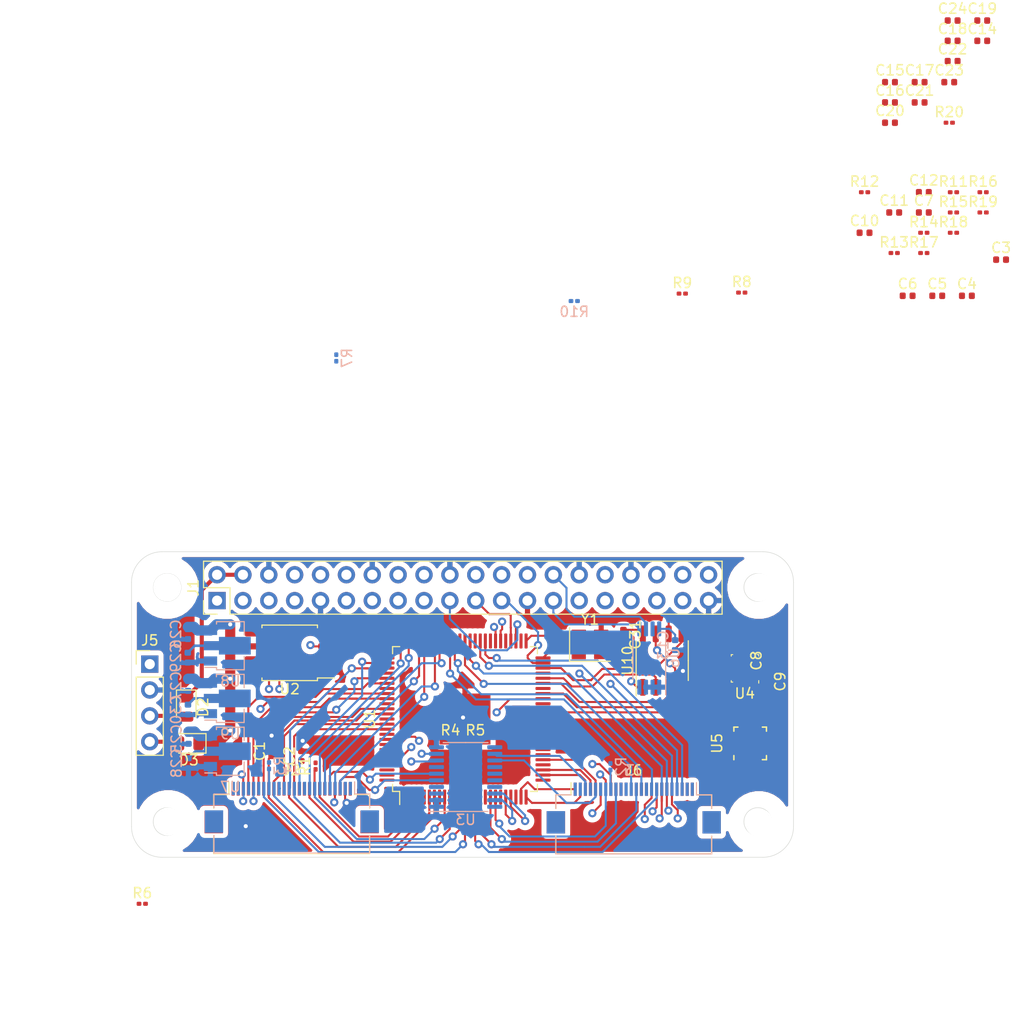
<source format=kicad_pcb>
(kicad_pcb (version 20171130) (host pcbnew 5.1.6)
  (title_block (title "Raspberry Pi® Zero W - Hat Template") (date 2018-12-28) (rev 1.0.8) (company StudioPieters®) (comment 1 https://www.studiopieters.nl))
  (layers (0 F.Cu signal) (1 In1.Cu mixed) (2 In2.Cu power) (31 B.Cu signal) (34 B.Paste user) (35 F.Paste user) (36 B.SilkS user) (37 F.SilkS user) (38 B.Mask user) (39 F.Mask user) (44 Edge.Cuts user))
  (net 0 "")
  (net 1 "Net-(J1-Pad1)")
  (net 2 "Net-(J1-Pad7)")
  (net 3 "Net-(J1-Pad11)")
  (net 4 "Net-(J1-Pad13)")
  (net 5 "Net-(J1-Pad15)")
  (net 6 "Net-(J1-Pad16)")
  (net 7 "Net-(J1-Pad18)")
  (net 8 "Net-(J1-Pad22)")
  (net 9 "Net-(J1-Pad29)")
  (net 10 "Net-(J1-Pad31)")
  (net 11 "Net-(J1-Pad36)")
  (net 12 "Net-(J1-Pad37)")
  (net 13 GND)
  (net 14 /CSI0_PCLK)
  (net 15 +3V3)
  (net 16 /CSI1_PCLK)
  (net 17 /CSI2_PCLK)
  (net 18 +BATT)
  (net 19 "Net-(D2-Pad2)")
  (net 20 +5V)
  (net 21 "Net-(D3-Pad2)")
  (net 22 /GPIO29)
  (net 23 /GPIO28)
  (net 24 /GPIO24)
  (net 25 /GPIO23)
  (net 26 /GPIO26)
  (net 27 /EEPROM_SCL)
  (net 28 /EEPROM_SDA)
  (net 29 /SPI_CS1)
  (net 30 /SPI_CS0)
  (net 31 /SPI_SCK)
  (net 32 /SPI_MISO)
  (net 33 /SPI_MOSI)
  (net 34 /P2_RST)
  (net 35 /GPIO1)
  (net 36 /P2_TX)
  (net 37 /P2_RX)
  (net 38 /GPIO9)
  (net 39 /GPIO8)
  (net 40 "Net-(J2-Pad24)")
  (net 41 /I2C0_SDA)
  (net 42 +2V8)
  (net 43 /I2C0_SCL)
  (net 44 /CSI0_VSYNC)
  (net 45 "Net-(J2-Pad17)")
  (net 46 /CSI0_HSYNC)
  (net 47 +1V2)
  (net 48 /CSI0_D7)
  (net 49 /CSI0_MCLK)
  (net 50 /CSI0_D6)
  (net 51 /CSI0_D5)
  (net 52 /CSI0_D4)
  (net 53 /CSI0_D0)
  (net 54 /CSI0_D3)
  (net 55 /CSI0_D1)
  (net 56 /CSI0_D2)
  (net 57 "Net-(J2-Pad2)")
  (net 58 "Net-(J2-Pad1)")
  (net 59 "Net-(J3-Pad24)")
  (net 60 /I2C1_SDA)
  (net 61 /I2C1_SCL)
  (net 62 /CSI1_VSYNC)
  (net 63 "Net-(J3-Pad17)")
  (net 64 /CSI1_HSYNC)
  (net 65 /CSI1_D7)
  (net 66 /CSI1_MCLK)
  (net 67 /CSI1_D6)
  (net 68 /CSI1_D5)
  (net 69 /CSI1_D4)
  (net 70 /CSI1_D0)
  (net 71 /CSI1_D3)
  (net 72 /CSI1_D1)
  (net 73 /CSI1_D2)
  (net 74 "Net-(J3-Pad2)")
  (net 75 "Net-(J3-Pad1)")
  (net 76 "Net-(J4-Pad24)")
  (net 77 /I2C2_SDA)
  (net 78 /I2C2_SCL)
  (net 79 /CSI2_VSYNC)
  (net 80 "Net-(J4-Pad17)")
  (net 81 /CSI2_HSYNC)
  (net 82 /CSI2_D7)
  (net 83 /CSI2_MCLK)
  (net 84 /CSI2_D6)
  (net 85 /CSI2_D5)
  (net 86 /CSI2_D4)
  (net 87 /CSI2_D0)
  (net 88 /CSI2_D3)
  (net 89 /CSI2_D1)
  (net 90 /CSI2_D2)
  (net 91 "Net-(J4-Pad2)")
  (net 92 "Net-(J4-Pad1)")
  (net 93 "Net-(J6-Pad21)")
  (net 94 /IO5)
  (net 95 /IO4)
  (net 96 /IO3)
  (net 97 /IO2)
  (net 98 "Net-(J6-Pad15)")
  (net 99 /IO1)
  (net 100 /IO0)
  (net 101 /I2C_SDA)
  (net 102 /I2C_SCL)
  (net 103 "Net-(U1-Pad51)")
  (net 104 "Net-(U1-Pad50)")
  (net 105 /I2C3_SCL)
  (net 106 /I2C3_SDA)
  (net 107 "Net-(U5-Pad21)")
  (net 108 "Net-(U5-Pad19)")
  (net 109 "Net-(U5-Pad17)")
  (net 110 "Net-(U5-Pad16)")
  (net 111 "Net-(U5-Pad15)")
  (net 112 "Net-(U5-Pad14)")
  (net 113 "Net-(U5-Pad12)")
  (net 114 "Net-(U5-Pad11)")
  (net 115 "Net-(U5-Pad7)")
  (net 116 "Net-(U5-Pad6)")
  (net 117 "Net-(U5-Pad5)")
  (net 118 "Net-(U5-Pad4)")
  (net 119 "Net-(U5-Pad3)")
  (net 120 "Net-(U5-Pad2)")
  (net 121 "Net-(U5-Pad1)")
  (net 122 "Net-(U6-Pad7)")
  (net 123 +1V8)
  (net 124 "Net-(C12-Pad1)")
  (net 125 "Net-(U3-Pad17)")
  (net 126 "Net-(U3-Pad14)")
  (net 127 "Net-(U3-Pad11)")
  (net 128 "Net-(U3-Pad7)")
  (net 129 "Net-(U3-Pad4)")
  (net 130 "Net-(R20-Pad2)")
  (net 131 /P60)
  (net 132 /P59)
  (net 133 /P58)
  (net 134 "Net-(J6-Pad14)")
  (net 135 /PSRAM_SCLK)
  (net 136 /PSRAM_CE)
  (net 137 /PSRAM_D3)
  (net 138 /PSRAM_D2)
  (net 139 /PSRAM_D1)
  (net 140 /PSRAM_D0)
  (net 141 "Net-(J2-Pad19)")
  (net 142 "Net-(J3-Pad19)")
  (net 143 "Net-(J4-Pad19)")
  (net 144 /CSI_PWDN)
  (net 145 /CSI_RST)
  (net 146 "Net-(U1-Pad37)")
  (net 147 "Net-(U1-Pad36)")
  (net 148 "Net-(U1-Pad34)")
  (net 149 "Net-(U1-Pad33)")
  (net 150 "Net-(U1-Pad39)")
  (module Resistor_SMD:R_0201_0603Metric (layer F.Cu) (at 51.054 83.566)
    (fp_text reference R6 (at 0 -1.05) (layer F.SilkS))
    (fp_text value 1K)
    (pad 2 smd roundrect (at 0.32 0) (size 0.46 0.4) (layers F.Cu F.Mask) (net 145 /CSI_RST))
    (pad 1 smd roundrect (at -0.32 0) (size 0.46 0.4) (layers F.Cu F.Mask) (net 143 "Net-(J4-Pad19)"))
  )
  (module Resistor_SMD:R_0201_0603Metric (layer F.Cu) (at 83.764121 67.576401)
    (fp_text reference R5 (at 0 -1.05) (layer F.SilkS))
    (fp_text value 1K)
    (pad 2 smd roundrect (at 0.32 0) (size 0.46 0.4) (layers F.Cu F.Mask) (net 145 /CSI_RST))
    (pad 1 smd roundrect (at -0.32 0) (size 0.46 0.4) (layers F.Cu F.Mask) (net 142 "Net-(J3-Pad19)"))
  )
  (module Resistor_SMD:R_0201_0603Metric (layer F.Cu) (at 81.314121 67.576401)
    (fp_text reference R4 (at 0 -1.05) (layer F.SilkS))
    (fp_text value 1K)
    (pad 2 smd roundrect (at 0.32 0) (size 0.46 0.4) (layers F.Cu F.Mask) (net 145 /CSI_RST))
    (pad 1 smd roundrect (at -0.32 0) (size 0.46 0.4) (layers F.Cu F.Mask) (net 141 "Net-(J2-Pad19)"))
  )
  (module Connector_FFC-FPC:Hirose_FH12-24S-0.5SH_1x24-1MP_P0.50mm_Horizontal (layer F.Cu) (at 99.314 74.168)
    (fp_text reference J6 (at 0 -3.7) (layer F.SilkS))
    (fp_text value Extension2)
    (pad 24 smd rect (at 5.75 -1.85) (size 0.3 1.3) (layers F.Cu F.Paste F.Mask) (net 15 +3V3))
    (pad 23 smd rect (at 5.25 -1.85) (size 0.3 1.3) (layers F.Cu F.Paste F.Mask) (net 13 GND))
    (pad 22 smd rect (at 4.75 -1.85) (size 0.3 1.3) (layers F.Cu F.Paste F.Mask) (net 94 /IO5))
    (pad 21 smd rect (at 4.25 -1.85) (size 0.3 1.3) (layers F.Cu F.Paste F.Mask) (net 93 "Net-(J6-Pad21)"))
    (pad 20 smd rect (at 3.75 -1.85) (size 0.3 1.3) (layers F.Cu F.Paste F.Mask) (net 22 /GPIO29))
    (pad 19 smd rect (at 3.25 -1.85) (size 0.3 1.3) (layers F.Cu F.Paste F.Mask) (net 23 /GPIO28))
    (pad 18 smd rect (at 2.75 -1.85) (size 0.3 1.3) (layers F.Cu F.Paste F.Mask) (net 24 /GPIO24))
    (pad 17 smd rect (at 2.25 -1.85) (size 0.3 1.3) (layers F.Cu F.Paste F.Mask) (net 25 /GPIO23))
    (pad 16 smd rect (at 1.75 -1.85) (size 0.3 1.3) (layers F.Cu F.Paste F.Mask) (net 26 /GPIO26))
    (pad 15 smd rect (at 1.25 -1.85) (size 0.3 1.3) (layers F.Cu F.Paste F.Mask) (net 98 "Net-(J6-Pad15)"))
    (pad 14 smd rect (at 0.75 -1.85) (size 0.3 1.3) (layers F.Cu F.Paste F.Mask) (net 134 "Net-(J6-Pad14)"))
    (pad 13 smd rect (at 0.25 -1.85) (size 0.3 1.3) (layers F.Cu F.Paste F.Mask) (net 29 /SPI_CS1))
    (pad 12 smd rect (at -0.25 -1.85) (size 0.3 1.3) (layers F.Cu F.Paste F.Mask) (net 31 /SPI_SCK))
    (pad 11 smd rect (at -0.75 -1.85) (size 0.3 1.3) (layers F.Cu F.Paste F.Mask) (net 32 /SPI_MISO))
    (pad 10 smd rect (at -1.25 -1.85) (size 0.3 1.3) (layers F.Cu F.Paste F.Mask) (net 13 GND))
    (pad 9 smd rect (at -1.75 -1.85) (size 0.3 1.3) (layers F.Cu F.Paste F.Mask) (net 33 /SPI_MOSI))
    (pad 8 smd rect (at -2.25 -1.85) (size 0.3 1.3) (layers F.Cu F.Paste F.Mask) (net 35 /GPIO1))
    (pad 7 smd rect (at -2.75 -1.85) (size 0.3 1.3) (layers F.Cu F.Paste F.Mask) (net 38 /GPIO9))
    (pad 6 smd rect (at -3.25 -1.85) (size 0.3 1.3) (layers F.Cu F.Paste F.Mask) (net 39 /GPIO8))
    (pad 5 smd rect (at -3.75 -1.85) (size 0.3 1.3) (layers F.Cu F.Paste F.Mask) (net 95 /IO4))
    (pad 4 smd rect (at -4.25 -1.85) (size 0.3 1.3) (layers F.Cu F.Paste F.Mask) (net 96 /IO3))
    (pad 3 smd rect (at -4.75 -1.85) (size 0.3 1.3) (layers F.Cu F.Paste F.Mask) (net 97 /IO2))
    (pad 2 smd rect (at -5.25 -1.85) (size 0.3 1.3) (layers F.Cu F.Paste F.Mask) (net 99 /IO1))
    (pad 1 smd rect (at -5.75 -1.85) (size 0.3 1.3) (layers F.Cu F.Paste F.Mask) (net 100 /IO0))
    (pad MP smd rect (at -7.65 1.4) (size 1.8 2.2) (layers F.Cu F.Paste F.Mask))
    (pad MP smd rect (at 7.65 1.4) (size 1.8 2.2) (layers F.Cu F.Paste F.Mask))
  )
  (module Connector_FFC-FPC:Hirose_FH12-24S-0.5SH_1x24-1MP_P0.50mm_Horizontal (layer B.Cu) (at 65.74536 74.0918 180)
    (fp_text reference J4 (at 0 3.7) (layer B.SilkS) (effects (justify mirror)))
    (fp_text value Extension2)
    (pad 24 smd rect (at 5.75 1.85 180) (size 0.3 1.3) (layers B.Cu B.Paste B.Mask) (net 76 "Net-(J4-Pad24)"))
    (pad 23 smd rect (at 5.25 1.85 180) (size 0.3 1.3) (layers B.Cu B.Paste B.Mask) (net 13 GND))
    (pad 22 smd rect (at 4.75 1.85 180) (size 0.3 1.3) (layers B.Cu B.Paste B.Mask) (net 77 /I2C2_SDA))
    (pad 21 smd rect (at 4.25 1.85 180) (size 0.3 1.3) (layers B.Cu B.Paste B.Mask) (net 42 +2V8))
    (pad 20 smd rect (at 3.75 1.85 180) (size 0.3 1.3) (layers B.Cu B.Paste B.Mask) (net 78 /I2C2_SCL))
    (pad 19 smd rect (at 3.25 1.85 180) (size 0.3 1.3) (layers B.Cu B.Paste B.Mask) (net 143 "Net-(J4-Pad19)"))
    (pad 18 smd rect (at 2.75 1.85 180) (size 0.3 1.3) (layers B.Cu B.Paste B.Mask) (net 79 /CSI2_VSYNC))
    (pad 17 smd rect (at 2.25 1.85 180) (size 0.3 1.3) (layers B.Cu B.Paste B.Mask) (net 80 "Net-(J4-Pad17)"))
    (pad 16 smd rect (at 1.75 1.85 180) (size 0.3 1.3) (layers B.Cu B.Paste B.Mask) (net 81 /CSI2_HSYNC))
    (pad 15 smd rect (at 1.25 1.85 180) (size 0.3 1.3) (layers B.Cu B.Paste B.Mask) (net 47 +1V2))
    (pad 14 smd rect (at 0.75 1.85 180) (size 0.3 1.3) (layers B.Cu B.Paste B.Mask) (net 15 +3V3))
    (pad 13 smd rect (at 0.25 1.85 180) (size 0.3 1.3) (layers B.Cu B.Paste B.Mask) (net 82 /CSI2_D7))
    (pad 12 smd rect (at -0.25 1.85 180) (size 0.3 1.3) (layers B.Cu B.Paste B.Mask) (net 83 /CSI2_MCLK))
    (pad 11 smd rect (at -0.75 1.85 180) (size 0.3 1.3) (layers B.Cu B.Paste B.Mask) (net 84 /CSI2_D6))
    (pad 10 smd rect (at -1.25 1.85 180) (size 0.3 1.3) (layers B.Cu B.Paste B.Mask) (net 13 GND))
    (pad 9 smd rect (at -1.75 1.85 180) (size 0.3 1.3) (layers B.Cu B.Paste B.Mask) (net 85 /CSI2_D5))
    (pad 8 smd rect (at -2.25 1.85 180) (size 0.3 1.3) (layers B.Cu B.Paste B.Mask) (net 17 /CSI2_PCLK))
    (pad 7 smd rect (at -2.75 1.85 180) (size 0.3 1.3) (layers B.Cu B.Paste B.Mask) (net 86 /CSI2_D4))
    (pad 6 smd rect (at -3.25 1.85 180) (size 0.3 1.3) (layers B.Cu B.Paste B.Mask) (net 87 /CSI2_D0))
    (pad 5 smd rect (at -3.75 1.85 180) (size 0.3 1.3) (layers B.Cu B.Paste B.Mask) (net 88 /CSI2_D3))
    (pad 4 smd rect (at -4.25 1.85 180) (size 0.3 1.3) (layers B.Cu B.Paste B.Mask) (net 89 /CSI2_D1))
    (pad 3 smd rect (at -4.75 1.85 180) (size 0.3 1.3) (layers B.Cu B.Paste B.Mask) (net 90 /CSI2_D2))
    (pad 2 smd rect (at -5.25 1.85 180) (size 0.3 1.3) (layers B.Cu B.Paste B.Mask) (net 91 "Net-(J4-Pad2)"))
    (pad 1 smd rect (at -5.75 1.85 180) (size 0.3 1.3) (layers B.Cu B.Paste B.Mask) (net 92 "Net-(J4-Pad1)"))
    (pad MP smd rect (at -7.65 -1.4 180) (size 1.8 2.2) (layers B.Cu B.Paste B.Mask))
    (pad MP smd rect (at 7.65 -1.4 180) (size 1.8 2.2) (layers B.Cu B.Paste B.Mask))
  )
  (module Connector_FFC-FPC:Hirose_FH12-24S-0.5SH_1x24-1MP_P0.50mm_Horizontal (layer B.Cu) (at 99.314 74.168 180)
    (fp_text reference J3 (at 0 3.7) (layer B.SilkS) (effects (justify mirror)))
    (fp_text value Extension1)
    (pad 24 smd rect (at 5.75 1.85 180) (size 0.3 1.3) (layers B.Cu B.Paste B.Mask) (net 59 "Net-(J3-Pad24)"))
    (pad 23 smd rect (at 5.25 1.85 180) (size 0.3 1.3) (layers B.Cu B.Paste B.Mask) (net 13 GND))
    (pad 22 smd rect (at 4.75 1.85 180) (size 0.3 1.3) (layers B.Cu B.Paste B.Mask) (net 60 /I2C1_SDA))
    (pad 21 smd rect (at 4.25 1.85 180) (size 0.3 1.3) (layers B.Cu B.Paste B.Mask) (net 42 +2V8))
    (pad 20 smd rect (at 3.75 1.85 180) (size 0.3 1.3) (layers B.Cu B.Paste B.Mask) (net 61 /I2C1_SCL))
    (pad 19 smd rect (at 3.25 1.85 180) (size 0.3 1.3) (layers B.Cu B.Paste B.Mask) (net 142 "Net-(J3-Pad19)"))
    (pad 18 smd rect (at 2.75 1.85 180) (size 0.3 1.3) (layers B.Cu B.Paste B.Mask) (net 62 /CSI1_VSYNC))
    (pad 17 smd rect (at 2.25 1.85 180) (size 0.3 1.3) (layers B.Cu B.Paste B.Mask) (net 63 "Net-(J3-Pad17)"))
    (pad 16 smd rect (at 1.75 1.85 180) (size 0.3 1.3) (layers B.Cu B.Paste B.Mask) (net 64 /CSI1_HSYNC))
    (pad 15 smd rect (at 1.25 1.85 180) (size 0.3 1.3) (layers B.Cu B.Paste B.Mask) (net 47 +1V2))
    (pad 14 smd rect (at 0.75 1.85 180) (size 0.3 1.3) (layers B.Cu B.Paste B.Mask) (net 15 +3V3))
    (pad 13 smd rect (at 0.25 1.85 180) (size 0.3 1.3) (layers B.Cu B.Paste B.Mask) (net 65 /CSI1_D7))
    (pad 12 smd rect (at -0.25 1.85 180) (size 0.3 1.3) (layers B.Cu B.Paste B.Mask) (net 66 /CSI1_MCLK))
    (pad 11 smd rect (at -0.75 1.85 180) (size 0.3 1.3) (layers B.Cu B.Paste B.Mask) (net 67 /CSI1_D6))
    (pad 10 smd rect (at -1.25 1.85 180) (size 0.3 1.3) (layers B.Cu B.Paste B.Mask) (net 13 GND))
    (pad 9 smd rect (at -1.75 1.85 180) (size 0.3 1.3) (layers B.Cu B.Paste B.Mask) (net 68 /CSI1_D5))
    (pad 8 smd rect (at -2.25 1.85 180) (size 0.3 1.3) (layers B.Cu B.Paste B.Mask) (net 16 /CSI1_PCLK))
    (pad 7 smd rect (at -2.75 1.85 180) (size 0.3 1.3) (layers B.Cu B.Paste B.Mask) (net 69 /CSI1_D4))
    (pad 6 smd rect (at -3.25 1.85 180) (size 0.3 1.3) (layers B.Cu B.Paste B.Mask) (net 70 /CSI1_D0))
    (pad 5 smd rect (at -3.75 1.85 180) (size 0.3 1.3) (layers B.Cu B.Paste B.Mask) (net 71 /CSI1_D3))
    (pad 4 smd rect (at -4.25 1.85 180) (size 0.3 1.3) (layers B.Cu B.Paste B.Mask) (net 72 /CSI1_D1))
    (pad 3 smd rect (at -4.75 1.85 180) (size 0.3 1.3) (layers B.Cu B.Paste B.Mask) (net 73 /CSI1_D2))
    (pad 2 smd rect (at -5.25 1.85 180) (size 0.3 1.3) (layers B.Cu B.Paste B.Mask) (net 74 "Net-(J3-Pad2)"))
    (pad 1 smd rect (at -5.75 1.85 180) (size 0.3 1.3) (layers B.Cu B.Paste B.Mask) (net 75 "Net-(J3-Pad1)"))
    (pad MP smd rect (at -7.65 -1.4 180) (size 1.8 2.2) (layers B.Cu B.Paste B.Mask))
    (pad MP smd rect (at 7.65 -1.4 180) (size 1.8 2.2) (layers B.Cu B.Paste B.Mask))
  )
  (module Connector_FFC-FPC:Hirose_FH12-24S-0.5SH_1x24-1MP_P0.50mm_Horizontal (layer F.Cu) (at 65.71996 74.1426)
    (fp_text reference J2 (at 0 -3.7) (layer F.SilkS))
    (fp_text value Extension0)
    (pad 24 smd rect (at 5.75 -1.85) (size 0.3 1.3) (layers F.Cu F.Paste F.Mask) (net 40 "Net-(J2-Pad24)"))
    (pad 23 smd rect (at 5.25 -1.85) (size 0.3 1.3) (layers F.Cu F.Paste F.Mask) (net 13 GND))
    (pad 22 smd rect (at 4.75 -1.85) (size 0.3 1.3) (layers F.Cu F.Paste F.Mask) (net 41 /I2C0_SDA))
    (pad 21 smd rect (at 4.25 -1.85) (size 0.3 1.3) (layers F.Cu F.Paste F.Mask) (net 42 +2V8))
    (pad 20 smd rect (at 3.75 -1.85) (size 0.3 1.3) (layers F.Cu F.Paste F.Mask) (net 43 /I2C0_SCL))
    (pad 19 smd rect (at 3.25 -1.85) (size 0.3 1.3) (layers F.Cu F.Paste F.Mask) (net 141 "Net-(J2-Pad19)"))
    (pad 18 smd rect (at 2.75 -1.85) (size 0.3 1.3) (layers F.Cu F.Paste F.Mask) (net 44 /CSI0_VSYNC))
    (pad 17 smd rect (at 2.25 -1.85) (size 0.3 1.3) (layers F.Cu F.Paste F.Mask) (net 45 "Net-(J2-Pad17)"))
    (pad 16 smd rect (at 1.75 -1.85) (size 0.3 1.3) (layers F.Cu F.Paste F.Mask) (net 46 /CSI0_HSYNC))
    (pad 15 smd rect (at 1.25 -1.85) (size 0.3 1.3) (layers F.Cu F.Paste F.Mask) (net 47 +1V2))
    (pad 14 smd rect (at 0.75 -1.85) (size 0.3 1.3) (layers F.Cu F.Paste F.Mask) (net 15 +3V3))
    (pad 13 smd rect (at 0.25 -1.85) (size 0.3 1.3) (layers F.Cu F.Paste F.Mask) (net 48 /CSI0_D7))
    (pad 12 smd rect (at -0.25 -1.85) (size 0.3 1.3) (layers F.Cu F.Paste F.Mask) (net 49 /CSI0_MCLK))
    (pad 11 smd rect (at -0.75 -1.85) (size 0.3 1.3) (layers F.Cu F.Paste F.Mask) (net 50 /CSI0_D6))
    (pad 10 smd rect (at -1.25 -1.85) (size 0.3 1.3) (layers F.Cu F.Paste F.Mask) (net 13 GND))
    (pad 9 smd rect (at -1.75 -1.85) (size 0.3 1.3) (layers F.Cu F.Paste F.Mask) (net 51 /CSI0_D5))
    (pad 8 smd rect (at -2.25 -1.85) (size 0.3 1.3) (layers F.Cu F.Paste F.Mask) (net 14 /CSI0_PCLK))
    (pad 7 smd rect (at -2.75 -1.85) (size 0.3 1.3) (layers F.Cu F.Paste F.Mask) (net 52 /CSI0_D4))
    (pad 6 smd rect (at -3.25 -1.85) (size 0.3 1.3) (layers F.Cu F.Paste F.Mask) (net 53 /CSI0_D0))
    (pad 5 smd rect (at -3.75 -1.85) (size 0.3 1.3) (layers F.Cu F.Paste F.Mask) (net 54 /CSI0_D3))
    (pad 4 smd rect (at -4.25 -1.85) (size 0.3 1.3) (layers F.Cu F.Paste F.Mask) (net 55 /CSI0_D1))
    (pad 3 smd rect (at -4.75 -1.85) (size 0.3 1.3) (layers F.Cu F.Paste F.Mask) (net 56 /CSI0_D2))
    (pad 2 smd rect (at -5.25 -1.85) (size 0.3 1.3) (layers F.Cu F.Paste F.Mask) (net 57 "Net-(J2-Pad2)"))
    (pad 1 smd rect (at -5.75 -1.85) (size 0.3 1.3) (layers F.Cu F.Paste F.Mask) (net 58 "Net-(J2-Pad1)"))
    (pad MP smd rect (at -7.65 1.4) (size 1.8 2.2) (layers F.Cu F.Paste F.Mask))
    (pad MP smd rect (at 7.65 1.4) (size 1.8 2.2) (layers F.Cu F.Paste F.Mask))
  )
  (module Resistor_SMD:R_0201_0603Metric (layer F.Cu) (at 130.293321 6.872481)
    (fp_text reference R20 (at 0 -1.05) (layer F.SilkS))
    (fp_text value 3.9K)
    (pad 2 smd roundrect (at 0.32 0) (size 0.46 0.4) (layers F.Cu F.Mask) (net 130 "Net-(R20-Pad2)"))
    (pad 1 smd roundrect (at -0.32 0) (size 0.46 0.4) (layers F.Cu F.Mask) (net 15 +3V3))
  )
  (module Resistor_SMD:R_0201_0603Metric (layer F.Cu) (at 133.615841 15.687921)
    (fp_text reference R19 (at 0 -1.05) (layer F.SilkS))
    (fp_text value 3.9K)
    (pad 2 smd roundrect (at 0.32 0) (size 0.46 0.4) (layers F.Cu F.Mask) (net 102 /I2C_SCL))
    (pad 1 smd roundrect (at -0.32 0) (size 0.46 0.4) (layers F.Cu F.Mask) (net 15 +3V3))
  )
  (module Resistor_SMD:R_0201_0603Metric (layer F.Cu) (at 130.705841 17.677921)
    (fp_text reference R18 (at 0 -1.05) (layer F.SilkS))
    (fp_text value 3.9K)
    (pad 2 smd roundrect (at 0.32 0) (size 0.46 0.4) (layers F.Cu F.Mask) (net 101 /I2C_SDA))
    (pad 1 smd roundrect (at -0.32 0) (size 0.46 0.4) (layers F.Cu F.Mask) (net 15 +3V3))
  )
  (module Resistor_SMD:R_0201_0603Metric (layer F.Cu) (at 127.795841 19.667921)
    (fp_text reference R17 (at 0 -1.05) (layer F.SilkS))
    (fp_text value 3.9K)
    (pad 2 smd roundrect (at 0.32 0) (size 0.46 0.4) (layers F.Cu F.Mask) (net 105 /I2C3_SCL))
    (pad 1 smd roundrect (at -0.32 0) (size 0.46 0.4) (layers F.Cu F.Mask) (net 123 +1V8))
  )
  (module Resistor_SMD:R_0201_0603Metric (layer F.Cu) (at 133.615841 13.697921)
    (fp_text reference R16 (at 0 -1.05) (layer F.SilkS))
    (fp_text value 3.9K)
    (pad 2 smd roundrect (at 0.32 0) (size 0.46 0.4) (layers F.Cu F.Mask) (net 106 /I2C3_SDA))
    (pad 1 smd roundrect (at -0.32 0) (size 0.46 0.4) (layers F.Cu F.Mask) (net 123 +1V8))
  )
  (module Resistor_SMD:R_0201_0603Metric (layer F.Cu) (at 130.705841 15.687921)
    (fp_text reference R15 (at 0 -1.05) (layer F.SilkS))
    (fp_text value 3.9K)
    (pad 2 smd roundrect (at 0.32 0) (size 0.46 0.4) (layers F.Cu F.Mask) (net 78 /I2C2_SCL))
    (pad 1 smd roundrect (at -0.32 0) (size 0.46 0.4) (layers F.Cu F.Mask) (net 15 +3V3))
  )
  (module Resistor_SMD:R_0201_0603Metric (layer F.Cu) (at 127.795841 17.677921)
    (fp_text reference R14 (at 0 -1.05) (layer F.SilkS))
    (fp_text value 3.9K)
    (pad 2 smd roundrect (at 0.32 0) (size 0.46 0.4) (layers F.Cu F.Mask) (net 77 /I2C2_SDA))
    (pad 1 smd roundrect (at -0.32 0) (size 0.46 0.4) (layers F.Cu F.Mask) (net 15 +3V3))
  )
  (module Resistor_SMD:R_0201_0603Metric (layer F.Cu) (at 124.885841 19.667921)
    (fp_text reference R13 (at 0 -1.05) (layer F.SilkS))
    (fp_text value 3.9K)
    (pad 2 smd roundrect (at 0.32 0) (size 0.46 0.4) (layers F.Cu F.Mask) (net 61 /I2C1_SCL))
    (pad 1 smd roundrect (at -0.32 0) (size 0.46 0.4) (layers F.Cu F.Mask) (net 15 +3V3))
  )
  (module Resistor_SMD:R_0201_0603Metric (layer F.Cu) (at 121.975841 13.697921)
    (fp_text reference R12 (at 0 -1.05) (layer F.SilkS))
    (fp_text value 3.9K)
    (pad 2 smd roundrect (at 0.32 0) (size 0.46 0.4) (layers F.Cu F.Mask) (net 60 /I2C1_SDA))
    (pad 1 smd roundrect (at -0.32 0) (size 0.46 0.4) (layers F.Cu F.Mask) (net 15 +3V3))
  )
  (module Resistor_SMD:R_0201_0603Metric (layer F.Cu) (at 130.705841 13.697921)
    (fp_text reference R11 (at 0 -1.05) (layer F.SilkS))
    (fp_text value 3.9K)
    (pad 2 smd roundrect (at 0.32 0) (size 0.46 0.4) (layers F.Cu F.Mask) (net 43 /I2C0_SCL))
    (pad 1 smd roundrect (at -0.32 0) (size 0.46 0.4) (layers F.Cu F.Mask) (net 15 +3V3))
  )
  (module Resistor_SMD:R_0201_0603Metric (layer B.Cu) (at 93.472 24.384)
    (fp_text reference R10 (at 0 1.05) (layer B.SilkS) (effects (justify mirror)))
    (fp_text value 3.9K)
    (pad 2 smd roundrect (at 0.32 0) (size 0.46 0.4) (layers B.Cu B.Mask) (net 41 /I2C0_SDA))
    (pad 1 smd roundrect (at -0.32 0) (size 0.46 0.4) (layers B.Cu B.Mask) (net 15 +3V3))
  )
  (module Resistor_SMD:R_0201_0603Metric (layer F.Cu) (at 104.078161 23.653041)
    (fp_text reference R9 (at 0 -1.05) (layer F.SilkS))
    (fp_text value 3.9K)
    (pad 2 smd roundrect (at 0.32 0) (size 0.46 0.4) (layers F.Cu F.Mask) (net 27 /EEPROM_SCL))
    (pad 1 smd roundrect (at -0.32 0) (size 0.46 0.4) (layers F.Cu F.Mask) (net 15 +3V3))
  )
  (module Resistor_SMD:R_0201_0603Metric (layer F.Cu) (at 109.918161 23.553041)
    (fp_text reference R8 (at 0 -1.05) (layer F.SilkS))
    (fp_text value 3.9K)
    (pad 2 smd roundrect (at 0.32 0) (size 0.46 0.4) (layers F.Cu F.Mask) (net 28 /EEPROM_SDA))
    (pad 1 smd roundrect (at -0.32 0) (size 0.46 0.4) (layers F.Cu F.Mask) (net 15 +3V3))
  )
  (module Resistor_SMD:R_0201_0603Metric (layer B.Cu) (at 70.104 29.972 90)
    (fp_text reference R7 (at 0 1.05 90) (layer B.SilkS) (effects (justify mirror)))
    (fp_text value 10K)
    (pad 2 smd roundrect (at 0.32 0 90) (size 0.46 0.4) (layers B.Cu B.Mask) (net 15 +3V3))
    (pad 1 smd roundrect (at -0.32 0 90) (size 0.46 0.4) (layers B.Cu B.Mask) (net 34 /P2_RST))
  )
  (module Resistor_SMD:R_0201_0603Metric (layer B.Cu) (at 63.5 70.00748 90)
    (fp_text reference R3 (at 0 1.05 90) (layer B.SilkS) (effects (justify mirror)))
    (fp_text value 1K)
    (pad 2 smd roundrect (at 0.32 0 90) (size 0.46 0.4) (layers B.Cu B.Mask) (net 144 /CSI_PWDN))
    (pad 1 smd roundrect (at -0.32 0 90) (size 0.46 0.4) (layers B.Cu B.Mask) (net 80 "Net-(J4-Pad17)"))
  )
  (module Resistor_SMD:R_0201_0603Metric (layer B.Cu) (at 97.028 70.104 90)
    (fp_text reference R2 (at 0 1.05 90) (layer B.SilkS) (effects (justify mirror)))
    (fp_text value 1K)
    (pad 2 smd roundrect (at 0.32 0 90) (size 0.46 0.4) (layers B.Cu B.Mask) (net 144 /CSI_PWDN))
    (pad 1 smd roundrect (at -0.32 0 90) (size 0.46 0.4) (layers B.Cu B.Mask) (net 63 "Net-(J3-Pad17)"))
  )
  (module Resistor_SMD:R_0201_0603Metric (layer F.Cu) (at 68.072 70.04812 90)
    (fp_text reference R1 (at 0 -1.05 90) (layer F.SilkS))
    (fp_text value 1K)
    (pad 2 smd roundrect (at 0.32 0 90) (size 0.46 0.4) (layers F.Cu F.Mask) (net 144 /CSI_PWDN))
    (pad 1 smd roundrect (at -0.32 0 90) (size 0.46 0.4) (layers F.Cu F.Mask) (net 45 "Net-(J2-Pad17)"))
  )
  (module Package_SO:SOP-8_3.9x4.9mm_P1.27mm (layer F.Cu) (at 102.108 59.69 90)
    (fp_text reference U10 (at 0 -3.4 90) (layer F.SilkS))
    (fp_text value LY68L6400SLIT)
    (pad 8 smd roundrect (at 2.625 -1.905 90) (size 1.65 0.6) (layers F.Cu F.Paste F.Mask) (net 15 +3V3))
    (pad 7 smd roundrect (at 2.625 -0.635 90) (size 1.65 0.6) (layers F.Cu F.Paste F.Mask) (net 137 /PSRAM_D3))
    (pad 6 smd roundrect (at 2.625 0.635 90) (size 1.65 0.6) (layers F.Cu F.Paste F.Mask) (net 135 /PSRAM_SCLK))
    (pad 5 smd roundrect (at 2.625 1.905 90) (size 1.65 0.6) (layers F.Cu F.Paste F.Mask) (net 140 /PSRAM_D0))
    (pad 4 smd roundrect (at -2.625 1.905 90) (size 1.65 0.6) (layers F.Cu F.Paste F.Mask) (net 13 GND))
    (pad 3 smd roundrect (at -2.625 0.635 90) (size 1.65 0.6) (layers F.Cu F.Paste F.Mask) (net 138 /PSRAM_D2))
    (pad 2 smd roundrect (at -2.625 -0.635 90) (size 1.65 0.6) (layers F.Cu F.Paste F.Mask) (net 139 /PSRAM_D1))
    (pad 1 smd roundrect (at -2.625 -1.905 90) (size 1.65 0.6) (layers F.Cu F.Paste F.Mask) (net 136 /PSRAM_CE))
  )
  (module Capacitor_SMD:C_0402_1005Metric (layer F.Cu) (at 98.298 57.15 270)
    (fp_text reference C31 (at 0 -1.17 90) (layer F.SilkS))
    (fp_text value 100nF)
    (pad 2 smd roundrect (at 0.485 0 270) (size 0.59 0.64) (layers F.Cu F.Paste F.Mask) (net 13 GND))
    (pad 1 smd roundrect (at -0.485 0 270) (size 0.59 0.64) (layers F.Cu F.Paste F.Mask) (net 15 +3V3))
  )
  (module Package_TO_SOT_SMD:SOT-89-3 (layer B.Cu) (at 59.39536 63.40348)
    (fp_text reference U9 (at 0.3 3.5) (layer B.SilkS) (effects (justify mirror)))
    (fp_text value AZ1117-2.85)
    (pad 2 smd custom (at -1.5625 0) (size 1.475 0.9) (layers B.Cu B.Paste B.Mask) (net 42 +2V8) (options (clearance outline) (anchor rect)) (primitives (gr_poly (pts (xy 0.7375 0.8665) (xy 3.8625 0.8665) (xy 3.8625 -0.8665) (xy 0.7375 -0.8665)) (width 0))))
    (pad 3 smd rect (at -1.65 -1.5) (size 1.3 0.9) (layers B.Cu B.Paste B.Mask) (net 15 +3V3))
    (pad 1 smd rect (at -1.65 1.5) (size 1.3 0.9) (layers B.Cu B.Paste B.Mask) (net 13 GND))
  )
  (module Package_TO_SOT_SMD:SOT-89-3 (layer B.Cu) (at 59.404961 58.226999)
    (fp_text reference U8 (at 0.3 3.5) (layer B.SilkS) (effects (justify mirror)))
    (fp_text value AZ1117-1.2)
    (pad 2 smd custom (at -1.5625 0) (size 1.475 0.9) (layers B.Cu B.Paste B.Mask) (net 47 +1V2) (options (clearance outline) (anchor rect)) (primitives (gr_poly (pts (xy 0.7375 0.8665) (xy 3.8625 0.8665) (xy 3.8625 -0.8665) (xy 0.7375 -0.8665)) (width 0))))
    (pad 3 smd rect (at -1.65 -1.5) (size 1.3 0.9) (layers B.Cu B.Paste B.Mask) (net 15 +3V3))
    (pad 1 smd rect (at -1.65 1.5) (size 1.3 0.9) (layers B.Cu B.Paste B.Mask) (net 13 GND))
  )
  (module Package_TO_SOT_SMD:SOT-89-3 (layer B.Cu) (at 59.39536 68.59016)
    (fp_text reference U7 (at 0.3 3.5) (layer B.SilkS) (effects (justify mirror)))
    (fp_text value AZ1117-1.8)
    (pad 2 smd custom (at -1.5625 0) (size 1.475 0.9) (layers B.Cu B.Paste B.Mask) (net 123 +1V8) (options (clearance outline) (anchor rect)) (primitives (gr_poly (pts (xy 0.7375 0.8665) (xy 3.8625 0.8665) (xy 3.8625 -0.8665) (xy 0.7375 -0.8665)) (width 0))))
    (pad 3 smd rect (at -1.65 -1.5) (size 1.3 0.9) (layers B.Cu B.Paste B.Mask) (net 15 +3V3))
    (pad 1 smd rect (at -1.65 1.5) (size 1.3 0.9) (layers B.Cu B.Paste B.Mask) (net 13 GND))
  )
  (module Capacitor_SMD:C_0402_1005Metric (layer B.Cu) (at 55.53964 64.50076 270)
    (fp_text reference C30 (at 0 1.17 270) (layer B.SilkS) (effects (justify mirror)))
    (fp_text value 22uF)
    (pad 2 smd roundrect (at 0.485 0 270) (size 0.59 0.64) (layers B.Cu B.Paste B.Mask) (net 13 GND))
    (pad 1 smd roundrect (at -0.485 0 270) (size 0.59 0.64) (layers B.Cu B.Paste B.Mask) (net 42 +2V8))
  )
  (module Capacitor_SMD:C_0402_1005Metric (layer B.Cu) (at 55.51932 59.40044 270)
    (fp_text reference C29 (at 0 1.17 270) (layer B.SilkS) (effects (justify mirror)))
    (fp_text value 22uF)
    (pad 2 smd roundrect (at 0.485 0 270) (size 0.59 0.64) (layers B.Cu B.Paste B.Mask) (net 13 GND))
    (pad 1 smd roundrect (at -0.485 0 270) (size 0.59 0.64) (layers B.Cu B.Paste B.Mask) (net 47 +1V2))
  )
  (module Capacitor_SMD:C_0402_1005Metric (layer B.Cu) (at 55.58536 69.76364 270)
    (fp_text reference C28 (at 0 1.17 270) (layer B.SilkS) (effects (justify mirror)))
    (fp_text value 22uF)
    (pad 2 smd roundrect (at 0.485 0 270) (size 0.59 0.64) (layers B.Cu B.Paste B.Mask) (net 13 GND))
    (pad 1 smd roundrect (at -0.485 0 270) (size 0.59 0.64) (layers B.Cu B.Paste B.Mask) (net 123 +1V8))
  )
  (module Capacitor_SMD:C_0402_1005Metric (layer B.Cu) (at 55.5498 62.17412 270)
    (fp_text reference C27 (at 0 1.17 270) (layer B.SilkS) (effects (justify mirror)))
    (fp_text value 10uF)
    (pad 2 smd roundrect (at 0.485 0 270) (size 0.59 0.64) (layers B.Cu B.Paste B.Mask) (net 13 GND))
    (pad 1 smd roundrect (at -0.485 0 270) (size 0.59 0.64) (layers B.Cu B.Paste B.Mask) (net 15 +3V3))
  )
  (module Capacitor_SMD:C_0402_1005Metric (layer B.Cu) (at 55.52948 57.08904 270)
    (fp_text reference C26 (at 0 1.17 270) (layer B.SilkS) (effects (justify mirror)))
    (fp_text value 10uF)
    (pad 2 smd roundrect (at 0.485 0 270) (size 0.59 0.64) (layers B.Cu B.Paste B.Mask) (net 13 GND))
    (pad 1 smd roundrect (at -0.485 0 270) (size 0.59 0.64) (layers B.Cu B.Paste B.Mask) (net 15 +3V3))
  )
  (module Capacitor_SMD:C_0402_1005Metric (layer B.Cu) (at 55.59044 67.37096 270)
    (fp_text reference C25 (at 0 1.17 270) (layer B.SilkS) (effects (justify mirror)))
    (fp_text value 10uF)
    (pad 2 smd roundrect (at 0.485 0 270) (size 0.59 0.64) (layers B.Cu B.Paste B.Mask) (net 13 GND))
    (pad 1 smd roundrect (at -0.485 0 270) (size 0.59 0.64) (layers B.Cu B.Paste B.Mask) (net 15 +3V3))
  )
  (module Capacitor_SMD:C_0402_1005Metric (layer F.Cu) (at 130.623321 -3.157519)
    (fp_text reference C24 (at 0 -1.17) (layer F.SilkS))
    (fp_text value 4.7uF)
    (pad 2 smd roundrect (at 0.485 0) (size 0.59 0.64) (layers F.Cu F.Paste F.Mask) (net 13 GND))
    (pad 1 smd roundrect (at -0.485 0) (size 0.59 0.64) (layers F.Cu F.Paste F.Mask) (net 123 +1V8))
  )
  (module Capacitor_SMD:C_0402_1005Metric (layer F.Cu) (at 130.293321 2.892481)
    (fp_text reference C23 (at 0 -1.17) (layer F.SilkS))
    (fp_text value 4.7uF)
    (pad 2 smd roundrect (at 0.485 0) (size 0.59 0.64) (layers F.Cu F.Paste F.Mask) (net 13 GND))
    (pad 1 smd roundrect (at -0.485 0) (size 0.59 0.64) (layers F.Cu F.Paste F.Mask) (net 15 +3V3))
  )
  (module Capacitor_SMD:C_0402_1005Metric (layer F.Cu) (at 130.623321 0.822481)
    (fp_text reference C22 (at 0 -1.17) (layer F.SilkS))
    (fp_text value 4.7uF)
    (pad 2 smd roundrect (at 0.485 0) (size 0.59 0.64) (layers F.Cu F.Paste F.Mask) (net 13 GND))
    (pad 1 smd roundrect (at -0.485 0) (size 0.59 0.64) (layers F.Cu F.Paste F.Mask) (net 123 +1V8))
  )
  (module Capacitor_SMD:C_0402_1005Metric (layer F.Cu) (at 127.383321 4.882481)
    (fp_text reference C21 (at 0 -1.17) (layer F.SilkS))
    (fp_text value 4.7uF)
    (pad 2 smd roundrect (at 0.485 0) (size 0.59 0.64) (layers F.Cu F.Paste F.Mask) (net 13 GND))
    (pad 1 smd roundrect (at -0.485 0) (size 0.59 0.64) (layers F.Cu F.Paste F.Mask) (net 15 +3V3))
  )
  (module Capacitor_SMD:C_0402_1005Metric (layer F.Cu) (at 124.473321 6.872481)
    (fp_text reference C20 (at 0 -1.17) (layer F.SilkS))
    (fp_text value 4.7uF)
    (pad 2 smd roundrect (at 0.485 0) (size 0.59 0.64) (layers F.Cu F.Paste F.Mask) (net 13 GND))
    (pad 1 smd roundrect (at -0.485 0) (size 0.59 0.64) (layers F.Cu F.Paste F.Mask) (net 123 +1V8))
  )
  (module Capacitor_SMD:C_0402_1005Metric (layer F.Cu) (at 133.533321 -3.157519)
    (fp_text reference C19 (at 0 -1.17) (layer F.SilkS))
    (fp_text value 4.7uF)
    (pad 2 smd roundrect (at 0.485 0) (size 0.59 0.64) (layers F.Cu F.Paste F.Mask) (net 13 GND))
    (pad 1 smd roundrect (at -0.485 0) (size 0.59 0.64) (layers F.Cu F.Paste F.Mask) (net 15 +3V3))
  )
  (module Capacitor_SMD:C_0402_1005Metric (layer F.Cu) (at 130.623321 -1.167519)
    (fp_text reference C18 (at 0 -1.17) (layer F.SilkS))
    (fp_text value 100nF)
    (pad 2 smd roundrect (at 0.485 0) (size 0.59 0.64) (layers F.Cu F.Paste F.Mask) (net 13 GND))
    (pad 1 smd roundrect (at -0.485 0) (size 0.59 0.64) (layers F.Cu F.Paste F.Mask) (net 15 +3V3))
  )
  (module Capacitor_SMD:C_0402_1005Metric (layer F.Cu) (at 127.383321 2.892481)
    (fp_text reference C17 (at 0 -1.17) (layer F.SilkS))
    (fp_text value 4.7uF)
    (pad 2 smd roundrect (at 0.485 0) (size 0.59 0.64) (layers F.Cu F.Paste F.Mask) (net 13 GND))
    (pad 1 smd roundrect (at -0.485 0) (size 0.59 0.64) (layers F.Cu F.Paste F.Mask) (net 123 +1V8))
  )
  (module Capacitor_SMD:C_0402_1005Metric (layer F.Cu) (at 124.473321 4.882481)
    (fp_text reference C16 (at 0 -1.17) (layer F.SilkS))
    (fp_text value 4.7uF)
    (pad 2 smd roundrect (at 0.485 0) (size 0.59 0.64) (layers F.Cu F.Paste F.Mask) (net 13 GND))
    (pad 1 smd roundrect (at -0.485 0) (size 0.59 0.64) (layers F.Cu F.Paste F.Mask) (net 15 +3V3))
  )
  (module Capacitor_SMD:C_0402_1005Metric (layer F.Cu) (at 124.473321 2.892481)
    (fp_text reference C15 (at 0 -1.17) (layer F.SilkS))
    (fp_text value 4.7uF)
    (pad 2 smd roundrect (at 0.485 0) (size 0.59 0.64) (layers F.Cu F.Paste F.Mask) (net 13 GND))
    (pad 1 smd roundrect (at -0.485 0) (size 0.59 0.64) (layers F.Cu F.Paste F.Mask) (net 123 +1V8))
  )
  (module Capacitor_SMD:C_0402_1005Metric (layer F.Cu) (at 133.533321 -1.167519)
    (fp_text reference C14 (at 0 -1.17) (layer F.SilkS))
    (fp_text value 4.7uF)
    (pad 2 smd roundrect (at 0.485 0) (size 0.59 0.64) (layers F.Cu F.Paste F.Mask) (net 13 GND))
    (pad 1 smd roundrect (at -0.485 0) (size 0.59 0.64) (layers F.Cu F.Paste F.Mask) (net 15 +3V3))
  )
  (module Capacitor_SMD:C_0402_1005Metric (layer B.Cu) (at 103.378 58.166 270)
    (fp_text reference C13 (at 0 1.17 90) (layer B.SilkS) (effects (justify mirror)))
    (fp_text value 100nF)
    (pad 2 smd roundrect (at 0.485 0 270) (size 0.59 0.64) (layers B.Cu B.Paste B.Mask) (net 13 GND))
    (pad 1 smd roundrect (at -0.485 0 270) (size 0.59 0.64) (layers B.Cu B.Paste B.Mask) (net 15 +3V3))
  )
  (module Capacitor_SMD:C_0402_1005Metric (layer F.Cu) (at 127.795841 13.697921)
    (fp_text reference C12 (at 0 -1.17) (layer F.SilkS))
    (fp_text value 0.1uF)
    (pad 2 smd roundrect (at 0.485 0) (size 0.59 0.64) (layers F.Cu F.Paste F.Mask) (net 13 GND))
    (pad 1 smd roundrect (at -0.485 0) (size 0.59 0.64) (layers F.Cu F.Paste F.Mask) (net 124 "Net-(C12-Pad1)"))
  )
  (module Capacitor_SMD:C_0402_1005Metric (layer F.Cu) (at 124.885841 15.687921)
    (fp_text reference C11 (at 0 -1.17) (layer F.SilkS))
    (fp_text value 0.1uF)
    (pad 2 smd roundrect (at 0.485 0) (size 0.59 0.64) (layers F.Cu F.Paste F.Mask) (net 15 +3V3))
    (pad 1 smd roundrect (at -0.485 0) (size 0.59 0.64) (layers F.Cu F.Paste F.Mask) (net 13 GND))
  )
  (module Capacitor_SMD:C_0402_1005Metric (layer F.Cu) (at 121.975841 17.677921)
    (fp_text reference C10 (at 0 -1.17) (layer F.SilkS))
    (fp_text value 0.1uF)
    (pad 2 smd roundrect (at 0.485 0) (size 0.59 0.64) (layers F.Cu F.Paste F.Mask) (net 13 GND))
    (pad 1 smd roundrect (at -0.485 0) (size 0.59 0.64) (layers F.Cu F.Paste F.Mask) (net 123 +1V8))
  )
  (module Capacitor_SMD:C_0402_1005Metric (layer F.Cu) (at 112.522 61.745 270)
    (fp_text reference C9 (at 0 -1.17 90) (layer F.SilkS))
    (fp_text value 100nF)
    (pad 2 smd roundrect (at 0.485 0 270) (size 0.59 0.64) (layers F.Cu F.Paste F.Mask) (net 13 GND))
    (pad 1 smd roundrect (at -0.485 0 270) (size 0.59 0.64) (layers F.Cu F.Paste F.Mask) (net 15 +3V3))
  )
  (module Capacitor_SMD:C_0402_1005Metric (layer F.Cu) (at 112.522 59.69 90)
    (fp_text reference C8 (at 0 -1.17 90) (layer F.SilkS))
    (fp_text value 100nF)
    (pad 2 smd roundrect (at 0.485 0 90) (size 0.59 0.64) (layers F.Cu F.Paste F.Mask) (net 13 GND))
    (pad 1 smd roundrect (at -0.485 0 90) (size 0.59 0.64) (layers F.Cu F.Paste F.Mask) (net 15 +3V3))
  )
  (module Capacitor_SMD:C_0402_1005Metric (layer F.Cu) (at 127.795841 15.687921)
    (fp_text reference C7 (at 0 -1.17) (layer F.SilkS))
    (fp_text value 100nF)
    (pad 2 smd roundrect (at 0.485 0) (size 0.59 0.64) (layers F.Cu F.Paste F.Mask) (net 13 GND))
    (pad 1 smd roundrect (at -0.485 0) (size 0.59 0.64) (layers F.Cu F.Paste F.Mask) (net 15 +3V3))
  )
  (module Crystal:Crystal_SMD_Abracon_ABM8G-4Pin_3.2x2.5mm (layer F.Cu) (at 95.01396 58.1016)
    (fp_text reference Y1 (at 0 -2.45) (layer F.SilkS))
    (fp_text value Crystal_GND23)
    (pad 4 smd rect (at -1.1 -0.85) (size 1.4 1.2) (layers F.Cu F.Paste F.Mask) (net 103 "Net-(U1-Pad51)"))
    (pad 3 smd rect (at 1.1 -0.85) (size 1.4 1.2) (layers F.Cu F.Paste F.Mask) (net 13 GND))
    (pad 2 smd rect (at 1.1 0.85) (size 1.4 1.2) (layers F.Cu F.Paste F.Mask) (net 13 GND))
    (pad 1 smd rect (at -1.1 0.85) (size 1.4 1.2) (layers F.Cu F.Paste F.Mask) (net 104 "Net-(U1-Pad50)"))
  )
  (module Package_SO:TSSOP-8_4.4x3mm_P0.65mm (layer B.Cu) (at 100.838 59.436 90)
    (fp_text reference U6 (at 0 2.45 90) (layer B.SilkS) (effects (justify mirror)))
    (fp_text value 24LC256)
    (pad 8 smd roundrect (at 2.8625 0.975 90) (size 1.475 0.4) (layers B.Cu B.Paste B.Mask) (net 15 +3V3))
    (pad 7 smd roundrect (at 2.8625 0.325 90) (size 1.475 0.4) (layers B.Cu B.Paste B.Mask) (net 122 "Net-(U6-Pad7)"))
    (pad 6 smd roundrect (at 2.8625 -0.325 90) (size 1.475 0.4) (layers B.Cu B.Paste B.Mask) (net 27 /EEPROM_SCL))
    (pad 5 smd roundrect (at 2.8625 -0.975 90) (size 1.475 0.4) (layers B.Cu B.Paste B.Mask) (net 28 /EEPROM_SDA))
    (pad 4 smd roundrect (at -2.8625 -0.975 90) (size 1.475 0.4) (layers B.Cu B.Paste B.Mask) (net 13 GND))
    (pad 3 smd roundrect (at -2.8625 -0.325 90) (size 1.475 0.4) (layers B.Cu B.Paste B.Mask) (net 13 GND))
    (pad 2 smd roundrect (at -2.8625 0.325 90) (size 1.475 0.4) (layers B.Cu B.Paste B.Mask) (net 13 GND))
    (pad 1 smd roundrect (at -2.8625 0.975 90) (size 1.475 0.4) (layers B.Cu B.Paste B.Mask) (net 13 GND))
  )
  (module Sensor_Motion:InvenSense_QFN-24_3x3mm_P0.4mm (layer F.Cu) (at 110.744 67.818 90)
    (fp_text reference U5 (at 0 -3.25 90) (layer F.SilkS))
    (fp_text value ICM-20948)
    (pad 24 smd roundrect (at -1 -1.5 180) (size 0.55 0.2) (layers F.Cu F.Paste F.Mask) (net 106 /I2C3_SDA))
    (pad 23 smd roundrect (at -0.6 -1.5 180) (size 0.55 0.2) (layers F.Cu F.Paste F.Mask) (net 105 /I2C3_SCL))
    (pad 22 smd roundrect (at -0.2 -1.5 180) (size 0.55 0.2) (layers F.Cu F.Paste F.Mask) (net 123 +1V8))
    (pad 21 smd roundrect (at 0.2 -1.5 180) (size 0.55 0.2) (layers F.Cu F.Paste F.Mask) (net 107 "Net-(U5-Pad21)"))
    (pad 20 smd roundrect (at 0.6 -1.5 180) (size 0.55 0.2) (layers F.Cu F.Paste F.Mask) (net 13 GND))
    (pad 19 smd roundrect (at 1 -1.5 180) (size 0.55 0.2) (layers F.Cu F.Paste F.Mask) (net 108 "Net-(U5-Pad19)"))
    (pad 18 smd roundrect (at 1.5 -1 90) (size 0.55 0.2) (layers F.Cu F.Paste F.Mask) (net 13 GND))
    (pad 17 smd roundrect (at 1.5 -0.6 90) (size 0.55 0.2) (layers F.Cu F.Paste F.Mask) (net 109 "Net-(U5-Pad17)"))
    (pad 16 smd roundrect (at 1.5 -0.2 90) (size 0.55 0.2) (layers F.Cu F.Paste F.Mask) (net 110 "Net-(U5-Pad16)"))
    (pad 15 smd roundrect (at 1.5 0.2 90) (size 0.55 0.2) (layers F.Cu F.Paste F.Mask) (net 111 "Net-(U5-Pad15)"))
    (pad 14 smd roundrect (at 1.5 0.6 90) (size 0.55 0.2) (layers F.Cu F.Paste F.Mask) (net 112 "Net-(U5-Pad14)"))
    (pad 13 smd roundrect (at 1.5 1 90) (size 0.55 0.2) (layers F.Cu F.Paste F.Mask) (net 15 +3V3))
    (pad 12 smd roundrect (at 1 1.5 180) (size 0.55 0.2) (layers F.Cu F.Paste F.Mask) (net 113 "Net-(U5-Pad12)"))
    (pad 11 smd roundrect (at 0.6 1.5 180) (size 0.55 0.2) (layers F.Cu F.Paste F.Mask) (net 114 "Net-(U5-Pad11)"))
    (pad 10 smd roundrect (at 0.2 1.5 180) (size 0.55 0.2) (layers F.Cu F.Paste F.Mask) (net 124 "Net-(C12-Pad1)"))
    (pad 9 smd roundrect (at -0.2 1.5 180) (size 0.55 0.2) (layers F.Cu F.Paste F.Mask) (net 13 GND))
    (pad 8 smd roundrect (at -0.6 1.5 180) (size 0.55 0.2) (layers F.Cu F.Paste F.Mask) (net 123 +1V8))
    (pad 7 smd roundrect (at -1 1.5 180) (size 0.55 0.2) (layers F.Cu F.Paste F.Mask) (net 115 "Net-(U5-Pad7)"))
    (pad 6 smd roundrect (at -1.5 1 90) (size 0.55 0.2) (layers F.Cu F.Paste F.Mask) (net 116 "Net-(U5-Pad6)"))
    (pad 5 smd roundrect (at -1.5 0.6 90) (size 0.55 0.2) (layers F.Cu F.Paste F.Mask) (net 117 "Net-(U5-Pad5)"))
    (pad 4 smd roundrect (at -1.5 0.2 90) (size 0.55 0.2) (layers F.Cu F.Paste F.Mask) (net 118 "Net-(U5-Pad4)"))
    (pad 3 smd roundrect (at -1.5 -0.2 90) (size 0.55 0.2) (layers F.Cu F.Paste F.Mask) (net 119 "Net-(U5-Pad3)"))
    (pad 2 smd roundrect (at -1.5 -0.6 90) (size 0.55 0.2) (layers F.Cu F.Paste F.Mask) (net 120 "Net-(U5-Pad2)"))
    (pad 1 smd roundrect (at -1.5 -1 90) (size 0.55 0.2) (layers F.Cu F.Paste F.Mask) (net 121 "Net-(U5-Pad1)"))
  )
  (module Package_LGA:Bosch_LGA-8_2.5x2.5mm_P0.65mm_ClockwisePinNumbering (layer F.Cu) (at 110.236 60.452 180)
    (fp_text reference U4 (at 0.015 -2.465) (layer F.SilkS))
    (fp_text value BME280)
    (pad 5 smd rect (at 0.975 1.025 270) (size 0.5 0.35) (layers F.Cu F.Paste F.Mask) (net 13 GND))
    (pad 6 smd rect (at 0.325 1.025 270) (size 0.5 0.35) (layers F.Cu F.Paste F.Mask) (net 15 +3V3))
    (pad 7 smd rect (at -0.325 1.025 270) (size 0.5 0.35) (layers F.Cu F.Paste F.Mask) (net 13 GND))
    (pad 8 smd rect (at -0.975 1.025 270) (size 0.5 0.35) (layers F.Cu F.Paste F.Mask) (net 15 +3V3))
    (pad 1 smd rect (at -0.975 -1.025 270) (size 0.5 0.35) (layers F.Cu F.Paste F.Mask) (net 13 GND))
    (pad 2 smd rect (at -0.325 -1.025 270) (size 0.5 0.35) (layers F.Cu F.Paste F.Mask) (net 15 +3V3))
    (pad 3 smd rect (at 0.325 -1.025 270) (size 0.5 0.35) (layers F.Cu F.Paste F.Mask) (net 101 /I2C_SDA))
    (pad 4 smd rect (at 0.975 -1.025 270) (size 0.5 0.35) (layers F.Cu F.Paste F.Mask) (net 102 /I2C_SCL))
  )
  (module Package_SO:TSSOP-20_4.4x6.5mm_P0.65mm (layer B.Cu) (at 82.804 71.12)
    (fp_text reference U3 (at 0 4.2) (layer B.SilkS) (effects (justify mirror)))
    (fp_text value PCA9544APW)
    (pad 20 smd roundrect (at 2.8625 2.925) (size 1.475 0.4) (layers B.Cu B.Paste B.Mask) (net 15 +3V3))
    (pad 19 smd roundrect (at 2.8625 2.275) (size 1.475 0.4) (layers B.Cu B.Paste B.Mask) (net 101 /I2C_SDA))
    (pad 18 smd roundrect (at 2.8625 1.625) (size 1.475 0.4) (layers B.Cu B.Paste B.Mask) (net 102 /I2C_SCL))
    (pad 17 smd roundrect (at 2.8625 0.975) (size 1.475 0.4) (layers B.Cu B.Paste B.Mask) (net 125 "Net-(U3-Pad17)"))
    (pad 16 smd roundrect (at 2.8625 0.325) (size 1.475 0.4) (layers B.Cu B.Paste B.Mask) (net 105 /I2C3_SCL))
    (pad 15 smd roundrect (at 2.8625 -0.325) (size 1.475 0.4) (layers B.Cu B.Paste B.Mask) (net 106 /I2C3_SDA))
    (pad 14 smd roundrect (at 2.8625 -0.975) (size 1.475 0.4) (layers B.Cu B.Paste B.Mask) (net 126 "Net-(U3-Pad14)"))
    (pad 13 smd roundrect (at 2.8625 -1.625) (size 1.475 0.4) (layers B.Cu B.Paste B.Mask) (net 61 /I2C1_SCL))
    (pad 12 smd roundrect (at 2.8625 -2.275) (size 1.475 0.4) (layers B.Cu B.Paste B.Mask) (net 60 /I2C1_SDA))
    (pad 11 smd roundrect (at 2.8625 -2.925) (size 1.475 0.4) (layers B.Cu B.Paste B.Mask) (net 127 "Net-(U3-Pad11)"))
    (pad 10 smd roundrect (at -2.8625 -2.925) (size 1.475 0.4) (layers B.Cu B.Paste B.Mask) (net 13 GND))
    (pad 9 smd roundrect (at -2.8625 -2.275) (size 1.475 0.4) (layers B.Cu B.Paste B.Mask) (net 78 /I2C2_SCL))
    (pad 8 smd roundrect (at -2.8625 -1.625) (size 1.475 0.4) (layers B.Cu B.Paste B.Mask) (net 77 /I2C2_SDA))
    (pad 7 smd roundrect (at -2.8625 -0.975) (size 1.475 0.4) (layers B.Cu B.Paste B.Mask) (net 128 "Net-(U3-Pad7)"))
    (pad 6 smd roundrect (at -2.8625 -0.325) (size 1.475 0.4) (layers B.Cu B.Paste B.Mask) (net 43 /I2C0_SCL))
    (pad 5 smd roundrect (at -2.8625 0.325) (size 1.475 0.4) (layers B.Cu B.Paste B.Mask) (net 41 /I2C0_SDA))
    (pad 4 smd roundrect (at -2.8625 0.975) (size 1.475 0.4) (layers B.Cu B.Paste B.Mask) (net 129 "Net-(U3-Pad4)"))
    (pad 3 smd roundrect (at -2.8625 1.625) (size 1.475 0.4) (layers B.Cu B.Paste B.Mask) (net 13 GND))
    (pad 2 smd roundrect (at -2.8625 2.275) (size 1.475 0.4) (layers B.Cu B.Paste B.Mask) (net 13 GND))
    (pad 1 smd roundrect (at -2.8625 2.925) (size 1.475 0.4) (layers B.Cu B.Paste B.Mask) (net 13 GND))
  )
  (module Package_SO:SOIC-8_5.23x5.23mm_P1.27mm (layer F.Cu) (at 65.532 58.928 180)
    (fp_text reference U2 (at 0 -3.56) (layer F.SilkS))
    (fp_text value W25Q128JVS)
    (pad 8 smd roundrect (at 3.6 -1.905 180) (size 1.6 0.6) (layers F.Cu F.Paste F.Mask) (net 15 +3V3))
    (pad 7 smd roundrect (at 3.6 -0.635 180) (size 1.6 0.6) (layers F.Cu F.Paste F.Mask) (net 15 +3V3))
    (pad 6 smd roundrect (at 3.6 0.635 180) (size 1.6 0.6) (layers F.Cu F.Paste F.Mask) (net 131 /P60))
    (pad 5 smd roundrect (at 3.6 1.905 180) (size 1.6 0.6) (layers F.Cu F.Paste F.Mask) (net 132 /P59))
    (pad 4 smd roundrect (at -3.6 1.905 180) (size 1.6 0.6) (layers F.Cu F.Paste F.Mask) (net 13 GND))
    (pad 3 smd roundrect (at -3.6 0.635 180) (size 1.6 0.6) (layers F.Cu F.Paste F.Mask) (net 15 +3V3))
    (pad 2 smd roundrect (at -3.6 -0.635 180) (size 1.6 0.6) (layers F.Cu F.Paste F.Mask) (net 133 /P58))
    (pad 1 smd roundrect (at -3.6 -1.905 180) (size 1.6 0.6) (layers F.Cu F.Paste F.Mask) (net 13 GND))
  )
  (module Package_QFP:TQFP-100-1EP_14x14mm_P0.5mm_EP5x5mm (layer F.Cu) (at 82.74304 65.42532 90)
    (fp_text reference U1 (at 0 -9.35 90) (layer F.SilkS))
    (fp_text value P2X8C4M64P)
    (pad 101 smd rect (at 0 0 90) (size 5 5) (layers F.Cu F.Mask) (net 13 GND))
    (pad 100 smd roundrect (at -6 -7.6625 90) (size 0.3 1.475) (layers F.Cu F.Paste F.Mask) (net 34 /P2_RST))
    (pad 99 smd roundrect (at -5.5 -7.6625 90) (size 0.3 1.475) (layers F.Cu F.Paste F.Mask) (net 37 /P2_RX))
    (pad 98 smd roundrect (at -5 -7.6625 90) (size 0.3 1.475) (layers F.Cu F.Paste F.Mask) (net 36 /P2_TX))
    (pad 97 smd roundrect (at -4.5 -7.6625 90) (size 0.3 1.475) (layers F.Cu F.Paste F.Mask) (net 15 +3V3))
    (pad 96 smd roundrect (at -4 -7.6625 90) (size 0.3 1.475) (layers F.Cu F.Paste F.Mask) (net 130 "Net-(R20-Pad2)"))
    (pad 95 smd roundrect (at -3.5 -7.6625 90) (size 0.3 1.475) (layers F.Cu F.Paste F.Mask) (net 131 /P60))
    (pad 94 smd roundrect (at -3 -7.6625 90) (size 0.3 1.475) (layers F.Cu F.Paste F.Mask) (net 123 +1V8))
    (pad 93 smd roundrect (at -2.5 -7.6625 90) (size 0.3 1.475) (layers F.Cu F.Paste F.Mask) (net 132 /P59))
    (pad 92 smd roundrect (at -2 -7.6625 90) (size 0.3 1.475) (layers F.Cu F.Paste F.Mask) (net 133 /P58))
    (pad 91 smd roundrect (at -1.5 -7.6625 90) (size 0.3 1.475) (layers F.Cu F.Paste F.Mask) (net 15 +3V3))
    (pad 90 smd roundrect (at -1 -7.6625 90) (size 0.3 1.475) (layers F.Cu F.Paste F.Mask) (net 48 /CSI0_D7))
    (pad 89 smd roundrect (at -0.5 -7.6625 90) (size 0.3 1.475) (layers F.Cu F.Paste F.Mask) (net 50 /CSI0_D6))
    (pad 88 smd roundrect (at 0 -7.6625 90) (size 0.3 1.475) (layers F.Cu F.Paste F.Mask) (net 123 +1V8))
    (pad 87 smd roundrect (at 0.5 -7.6625 90) (size 0.3 1.475) (layers F.Cu F.Paste F.Mask) (net 51 /CSI0_D5))
    (pad 86 smd roundrect (at 1 -7.6625 90) (size 0.3 1.475) (layers F.Cu F.Paste F.Mask) (net 52 /CSI0_D4))
    (pad 85 smd roundrect (at 1.5 -7.6625 90) (size 0.3 1.475) (layers F.Cu F.Paste F.Mask) (net 15 +3V3))
    (pad 84 smd roundrect (at 2 -7.6625 90) (size 0.3 1.475) (layers F.Cu F.Paste F.Mask) (net 54 /CSI0_D3))
    (pad 83 smd roundrect (at 2.5 -7.6625 90) (size 0.3 1.475) (layers F.Cu F.Paste F.Mask) (net 56 /CSI0_D2))
    (pad 82 smd roundrect (at 3 -7.6625 90) (size 0.3 1.475) (layers F.Cu F.Paste F.Mask) (net 123 +1V8))
    (pad 81 smd roundrect (at 3.5 -7.6625 90) (size 0.3 1.475) (layers F.Cu F.Paste F.Mask) (net 55 /CSI0_D1))
    (pad 80 smd roundrect (at 4 -7.6625 90) (size 0.3 1.475) (layers F.Cu F.Paste F.Mask) (net 53 /CSI0_D0))
    (pad 79 smd roundrect (at 4.5 -7.6625 90) (size 0.3 1.475) (layers F.Cu F.Paste F.Mask) (net 15 +3V3))
    (pad 78 smd roundrect (at 5 -7.6625 90) (size 0.3 1.475) (layers F.Cu F.Paste F.Mask) (net 82 /CSI2_D7))
    (pad 77 smd roundrect (at 5.5 -7.6625 90) (size 0.3 1.475) (layers F.Cu F.Paste F.Mask) (net 84 /CSI2_D6))
    (pad 76 smd roundrect (at 6 -7.6625 90) (size 0.3 1.475) (layers F.Cu F.Paste F.Mask) (net 123 +1V8))
    (pad 75 smd roundrect (at 7.6625 -6 90) (size 1.475 0.3) (layers F.Cu F.Paste F.Mask) (net 85 /CSI2_D5))
    (pad 74 smd roundrect (at 7.6625 -5.5 90) (size 1.475 0.3) (layers F.Cu F.Paste F.Mask) (net 86 /CSI2_D4))
    (pad 73 smd roundrect (at 7.6625 -5 90) (size 1.475 0.3) (layers F.Cu F.Paste F.Mask) (net 15 +3V3))
    (pad 72 smd roundrect (at 7.6625 -4.5 90) (size 1.475 0.3) (layers F.Cu F.Paste F.Mask) (net 88 /CSI2_D3))
    (pad 71 smd roundrect (at 7.6625 -4 90) (size 1.475 0.3) (layers F.Cu F.Paste F.Mask) (net 90 /CSI2_D2))
    (pad 70 smd roundrect (at 7.6625 -3.5 90) (size 1.475 0.3) (layers F.Cu F.Paste F.Mask) (net 123 +1V8))
    (pad 69 smd roundrect (at 7.6625 -3 90) (size 1.475 0.3) (layers F.Cu F.Paste F.Mask) (net 89 /CSI2_D1))
    (pad 68 smd roundrect (at 7.6625 -2.5 90) (size 1.475 0.3) (layers F.Cu F.Paste F.Mask) (net 87 /CSI2_D0))
    (pad 67 smd roundrect (at 7.6625 -2 90) (size 1.475 0.3) (layers F.Cu F.Paste F.Mask) (net 15 +3V3))
    (pad 66 smd roundrect (at 7.6625 -1.5 90) (size 1.475 0.3) (layers F.Cu F.Paste F.Mask) (net 65 /CSI1_D7))
    (pad 65 smd roundrect (at 7.6625 -1 90) (size 1.475 0.3) (layers F.Cu F.Paste F.Mask) (net 67 /CSI1_D6))
    (pad 64 smd roundrect (at 7.6625 -0.5 90) (size 1.475 0.3) (layers F.Cu F.Paste F.Mask) (net 123 +1V8))
    (pad 63 smd roundrect (at 7.6625 0 90) (size 1.475 0.3) (layers F.Cu F.Paste F.Mask) (net 68 /CSI1_D5))
    (pad 62 smd roundrect (at 7.6625 0.5 90) (size 1.475 0.3) (layers F.Cu F.Paste F.Mask) (net 69 /CSI1_D4))
    (pad 61 smd roundrect (at 7.6625 1 90) (size 1.475 0.3) (layers F.Cu F.Paste F.Mask) (net 15 +3V3))
    (pad 60 smd roundrect (at 7.6625 1.5 90) (size 1.475 0.3) (layers F.Cu F.Paste F.Mask) (net 71 /CSI1_D3))
    (pad 59 smd roundrect (at 7.6625 2 90) (size 1.475 0.3) (layers F.Cu F.Paste F.Mask) (net 73 /CSI1_D2))
    (pad 58 smd roundrect (at 7.6625 2.5 90) (size 1.475 0.3) (layers F.Cu F.Paste F.Mask) (net 123 +1V8))
    (pad 57 smd roundrect (at 7.6625 3 90) (size 1.475 0.3) (layers F.Cu F.Paste F.Mask) (net 72 /CSI1_D1))
    (pad 56 smd roundrect (at 7.6625 3.5 90) (size 1.475 0.3) (layers F.Cu F.Paste F.Mask) (net 70 /CSI1_D0))
    (pad 55 smd roundrect (at 7.6625 4 90) (size 1.475 0.3) (layers F.Cu F.Paste F.Mask) (net 15 +3V3))
    (pad 54 smd roundrect (at 7.6625 4.5 90) (size 1.475 0.3) (layers F.Cu F.Paste F.Mask) (net 32 /SPI_MISO))
    (pad 53 smd roundrect (at 7.6625 5 90) (size 1.475 0.3) (layers F.Cu F.Paste F.Mask) (net 33 /SPI_MOSI))
    (pad 52 smd roundrect (at 7.6625 5.5 90) (size 1.475 0.3) (layers F.Cu F.Paste F.Mask) (net 123 +1V8))
    (pad 51 smd roundrect (at 7.6625 6 90) (size 1.475 0.3) (layers F.Cu F.Paste F.Mask) (net 103 "Net-(U1-Pad51)"))
    (pad 50 smd roundrect (at 6 7.6625 90) (size 0.3 1.475) (layers F.Cu F.Paste F.Mask) (net 104 "Net-(U1-Pad50)"))
    (pad 49 smd roundrect (at 5.5 7.6625 90) (size 0.3 1.475) (layers F.Cu F.Paste F.Mask) (net 31 /SPI_SCK))
    (pad 48 smd roundrect (at 5 7.6625 90) (size 0.3 1.475) (layers F.Cu F.Paste F.Mask) (net 140 /PSRAM_D0))
    (pad 47 smd roundrect (at 4.5 7.6625 90) (size 0.3 1.475) (layers F.Cu F.Paste F.Mask) (net 15 +3V3))
    (pad 46 smd roundrect (at 4 7.6625 90) (size 0.3 1.475) (layers F.Cu F.Paste F.Mask) (net 139 /PSRAM_D1))
    (pad 45 smd roundrect (at 3.5 7.6625 90) (size 0.3 1.475) (layers F.Cu F.Paste F.Mask) (net 138 /PSRAM_D2))
    (pad 44 smd roundrect (at 3 7.6625 90) (size 0.3 1.475) (layers F.Cu F.Paste F.Mask) (net 123 +1V8))
    (pad 43 smd roundrect (at 2.5 7.6625 90) (size 0.3 1.475) (layers F.Cu F.Paste F.Mask) (net 137 /PSRAM_D3))
    (pad 42 smd roundrect (at 2 7.6625 90) (size 0.3 1.475) (layers F.Cu F.Paste F.Mask) (net 136 /PSRAM_CE))
    (pad 41 smd roundrect (at 1.5 7.6625 90) (size 0.3 1.475) (layers F.Cu F.Paste F.Mask) (net 15 +3V3))
    (pad 40 smd roundrect (at 1 7.6625 90) (size 0.3 1.475) (layers F.Cu F.Paste F.Mask) (net 135 /PSRAM_SCLK))
    (pad 39 smd roundrect (at 0.5 7.6625 90) (size 0.3 1.475) (layers F.Cu F.Paste F.Mask) (net 150 "Net-(U1-Pad39)"))
    (pad 38 smd roundrect (at 0 7.6625 90) (size 0.3 1.475) (layers F.Cu F.Paste F.Mask) (net 123 +1V8))
    (pad 37 smd roundrect (at -0.5 7.6625 90) (size 0.3 1.475) (layers F.Cu F.Paste F.Mask) (net 146 "Net-(U1-Pad37)"))
    (pad 36 smd roundrect (at -1 7.6625 90) (size 0.3 1.475) (layers F.Cu F.Paste F.Mask) (net 147 "Net-(U1-Pad36)"))
    (pad 35 smd roundrect (at -1.5 7.6625 90) (size 0.3 1.475) (layers F.Cu F.Paste F.Mask) (net 15 +3V3))
    (pad 34 smd roundrect (at -2 7.6625 90) (size 0.3 1.475) (layers F.Cu F.Paste F.Mask) (net 148 "Net-(U1-Pad34)"))
    (pad 33 smd roundrect (at -2.5 7.6625 90) (size 0.3 1.475) (layers F.Cu F.Paste F.Mask) (net 149 "Net-(U1-Pad33)"))
    (pad 32 smd roundrect (at -3 7.6625 90) (size 0.3 1.475) (layers F.Cu F.Paste F.Mask) (net 123 +1V8))
    (pad 31 smd roundrect (at -3.5 7.6625 90) (size 0.3 1.475) (layers F.Cu F.Paste F.Mask) (net 94 /IO5))
    (pad 30 smd roundrect (at -4 7.6625 90) (size 0.3 1.475) (layers F.Cu F.Paste F.Mask) (net 95 /IO4))
    (pad 29 smd roundrect (at -4.5 7.6625 90) (size 0.3 1.475) (layers F.Cu F.Paste F.Mask) (net 15 +3V3))
    (pad 28 smd roundrect (at -5 7.6625 90) (size 0.3 1.475) (layers F.Cu F.Paste F.Mask) (net 96 /IO3))
    (pad 27 smd roundrect (at -5.5 7.6625 90) (size 0.3 1.475) (layers F.Cu F.Paste F.Mask) (net 97 /IO2))
    (pad 26 smd roundrect (at -6 7.6625 90) (size 0.3 1.475) (layers F.Cu F.Paste F.Mask) (net 123 +1V8))
    (pad 25 smd roundrect (at -7.6625 6 90) (size 1.475 0.3) (layers F.Cu F.Paste F.Mask) (net 99 /IO1))
    (pad 24 smd roundrect (at -7.6625 5.5 90) (size 1.475 0.3) (layers F.Cu F.Paste F.Mask) (net 100 /IO0))
    (pad 23 smd roundrect (at -7.6625 5 90) (size 1.475 0.3) (layers F.Cu F.Paste F.Mask) (net 15 +3V3))
    (pad 22 smd roundrect (at -7.6625 4.5 90) (size 1.475 0.3) (layers F.Cu F.Paste F.Mask) (net 102 /I2C_SCL))
    (pad 21 smd roundrect (at -7.6625 4 90) (size 1.475 0.3) (layers F.Cu F.Paste F.Mask) (net 101 /I2C_SDA))
    (pad 20 smd roundrect (at -7.6625 3.5 90) (size 1.475 0.3) (layers F.Cu F.Paste F.Mask) (net 123 +1V8))
    (pad 19 smd roundrect (at -7.6625 3 90) (size 1.475 0.3) (layers F.Cu F.Paste F.Mask) (net 62 /CSI1_VSYNC))
    (pad 18 smd roundrect (at -7.6625 2.5 90) (size 1.475 0.3) (layers F.Cu F.Paste F.Mask) (net 64 /CSI1_HSYNC))
    (pad 17 smd roundrect (at -7.6625 2 90) (size 1.475 0.3) (layers F.Cu F.Paste F.Mask) (net 15 +3V3))
    (pad 16 smd roundrect (at -7.6625 1.5 90) (size 1.475 0.3) (layers F.Cu F.Paste F.Mask) (net 66 /CSI1_MCLK))
    (pad 15 smd roundrect (at -7.6625 1 90) (size 1.475 0.3) (layers F.Cu F.Paste F.Mask) (net 16 /CSI1_PCLK))
    (pad 14 smd roundrect (at -7.6625 0.5 90) (size 1.475 0.3) (layers F.Cu F.Paste F.Mask) (net 123 +1V8))
    (pad 13 smd roundrect (at -7.6625 0 90) (size 1.475 0.3) (layers F.Cu F.Paste F.Mask) (net 79 /CSI2_VSYNC))
    (pad 12 smd roundrect (at -7.6625 -0.5 90) (size 1.475 0.3) (layers F.Cu F.Paste F.Mask) (net 81 /CSI2_HSYNC))
    (pad 11 smd roundrect (at -7.6625 -1 90) (size 1.475 0.3) (layers F.Cu F.Paste F.Mask) (net 15 +3V3))
    (pad 10 smd roundrect (at -7.6625 -1.5 90) (size 1.475 0.3) (layers F.Cu F.Paste F.Mask) (net 83 /CSI2_MCLK))
    (pad 9 smd roundrect (at -7.6625 -2 90) (size 1.475 0.3) (layers F.Cu F.Paste F.Mask) (net 17 /CSI2_PCLK))
    (pad 8 smd roundrect (at -7.6625 -2.5 90) (size 1.475 0.3) (layers F.Cu F.Paste F.Mask) (net 123 +1V8))
    (pad 7 smd roundrect (at -7.6625 -3 90) (size 1.475 0.3) (layers F.Cu F.Paste F.Mask) (net 14 /CSI0_PCLK))
    (pad 6 smd roundrect (at -7.6625 -3.5 90) (size 1.475 0.3) (layers F.Cu F.Paste F.Mask) (net 49 /CSI0_MCLK))
    (pad 5 smd roundrect (at -7.6625 -4 90) (size 1.475 0.3) (layers F.Cu F.Paste F.Mask) (net 15 +3V3))
    (pad 4 smd roundrect (at -7.6625 -4.5 90) (size 1.475 0.3) (layers F.Cu F.Paste F.Mask) (net 46 /CSI0_HSYNC))
    (pad 3 smd roundrect (at -7.6625 -5 90) (size 1.475 0.3) (layers F.Cu F.Paste F.Mask) (net 44 /CSI0_VSYNC))
    (pad 2 smd roundrect (at -7.6625 -5.5 90) (size 1.475 0.3) (layers F.Cu F.Paste F.Mask) (net 123 +1V8))
    (pad 1 smd roundrect (at -7.6625 -6 90) (size 1.475 0.3) (layers F.Cu F.Paste F.Mask) (net 13 GND))
  )
  (module Connector_PinHeader_2.54mm:PinHeader_1x04_P2.54mm_Vertical (layer F.Cu) (at 51.7906 60.03544)
    (fp_text reference J5 (at 0 -2.33) (layer F.SilkS))
    (fp_text value PWR)
    (pad 4 thru_hole oval (at 0 7.62) (size 1.7 1.7) (drill 1) (layers *.Cu *.Mask) (net 21 "Net-(D3-Pad2)"))
    (pad 3 thru_hole oval (at 0 5.08) (size 1.7 1.7) (drill 1) (layers *.Cu *.Mask) (net 19 "Net-(D2-Pad2)"))
    (pad 2 thru_hole oval (at 0 2.54) (size 1.7 1.7) (drill 1) (layers *.Cu *.Mask) (net 13 GND))
    (pad 1 thru_hole rect (at 0 0) (size 1.7 1.7) (drill 1) (layers *.Cu *.Mask) (net 18 +BATT))
  )
  (module Diode_SMD:D_0805_2012Metric (layer F.Cu) (at 55.626 67.818 180)
    (fp_text reference D3 (at 0 -1.65) (layer F.SilkS))
    (fp_text value D)
    (pad 2 smd roundrect (at 0.9375 0 180) (size 0.975 1.4) (layers F.Cu F.Paste F.Mask) (net 21 "Net-(D3-Pad2)"))
    (pad 1 smd roundrect (at -0.9375 0 180) (size 0.975 1.4) (layers F.Cu F.Paste F.Mask) (net 15 +3V3))
  )
  (module Diode_SMD:D_0805_2012Metric (layer F.Cu) (at 55.372 64.262 270)
    (fp_text reference D2 (at 0 -1.65 270) (layer F.SilkS))
    (fp_text value D)
    (pad 2 smd roundrect (at 0.9375 0 270) (size 0.975 1.4) (layers F.Cu F.Paste F.Mask) (net 19 "Net-(D2-Pad2)"))
    (pad 1 smd roundrect (at -0.9375 0 270) (size 0.975 1.4) (layers F.Cu F.Paste F.Mask) (net 20 +5V))
  )
  (module Capacitor_SMD:C_0402_1005Metric (layer F.Cu) (at 126.206481 23.868161)
    (fp_text reference C6 (at 0 -1.17) (layer F.SilkS))
    (fp_text value 0.1uF)
    (pad 2 smd roundrect (at 0.485 0) (size 0.59 0.64) (layers F.Cu F.Paste F.Mask) (net 13 GND))
    (pad 1 smd roundrect (at -0.485 0) (size 0.59 0.64) (layers F.Cu F.Paste F.Mask) (net 15 +3V3))
  )
  (module Capacitor_SMD:C_0402_1005Metric (layer F.Cu) (at 129.116481 23.868161)
    (fp_text reference C5 (at 0 -1.17) (layer F.SilkS))
    (fp_text value 15pF)
    (pad 2 smd roundrect (at 0.485 0) (size 0.59 0.64) (layers F.Cu F.Paste F.Mask) (net 13 GND))
    (pad 1 smd roundrect (at -0.485 0) (size 0.59 0.64) (layers F.Cu F.Paste F.Mask) (net 17 /CSI2_PCLK))
  )
  (module Capacitor_SMD:C_0402_1005Metric (layer F.Cu) (at 132.026481 23.868161)
    (fp_text reference C4 (at 0 -1.17) (layer F.SilkS))
    (fp_text value 0.1uF)
    (pad 2 smd roundrect (at 0.485 0) (size 0.59 0.64) (layers F.Cu F.Paste F.Mask) (net 13 GND))
    (pad 1 smd roundrect (at -0.485 0) (size 0.59 0.64) (layers F.Cu F.Paste F.Mask) (net 15 +3V3))
  )
  (module Capacitor_SMD:C_0402_1005Metric (layer F.Cu) (at 135.382 20.32)
    (fp_text reference C3 (at 0 -1.17) (layer F.SilkS))
    (fp_text value 15pF)
    (pad 2 smd roundrect (at 0.485 0) (size 0.59 0.64) (layers F.Cu F.Paste F.Mask) (net 13 GND))
    (pad 1 smd roundrect (at -0.485 0) (size 0.59 0.64) (layers F.Cu F.Paste F.Mask) (net 16 /CSI1_PCLK))
  )
  (module Capacitor_SMD:C_0402_1005Metric (layer F.Cu) (at 66.675 69.065 90)
    (fp_text reference C2 (at 0 -1.17 90) (layer F.SilkS))
    (fp_text value 0.1uF)
    (pad 2 smd roundrect (at 0.485 0 90) (size 0.59 0.64) (layers F.Cu F.Paste F.Mask) (net 13 GND))
    (pad 1 smd roundrect (at -0.485 0 90) (size 0.59 0.64) (layers F.Cu F.Paste F.Mask) (net 15 +3V3))
  )
  (module Capacitor_SMD:C_0402_1005Metric (layer F.Cu) (at 63.754 68.58 90)
    (fp_text reference C1 (at 0 -1.17 90) (layer F.SilkS))
    (fp_text value 15pF)
    (pad 2 smd roundrect (at 0.485 0 90) (size 0.59 0.64) (layers F.Cu F.Paste F.Mask) (net 13 GND))
    (pad 1 smd roundrect (at -0.485 0 90) (size 0.59 0.64) (layers F.Cu F.Paste F.Mask) (net 14 /CSI0_PCLK))
  )
  (module RPi_Hat:RPi_Hat_Mounting_Hole (layer F.Cu) (at 53.5 52.5)
    (fp_text reference "" hide)
    (fp_text value "" hide)
    (pad "" np_thru_hole circle (at 0 0) (size 2.75 2.75) (drill 2.75) (layers *.Cu *.Mask) (clearance 1.725))
  )
  (module RPi_Hat:RPi_Hat_Mounting_Hole (layer F.Cu) (at 53.6 75.5)
    (fp_text reference "" hide)
    (fp_text value "" hide)
    (pad "" np_thru_hole circle (at 0 0) (size 2.75 2.75) (drill 2.75) (layers *.Cu *.Mask) (clearance 1.725))
  )
  (module RPi_Hat:RPi_Hat_Mounting_Hole (layer F.Cu) (at 111.6 75.6)
    (fp_text reference "" hide)
    (fp_text value "" hide)
    (pad "" np_thru_hole circle (at 0 0) (size 2.75 2.75) (drill 2.75) (layers *.Cu *.Mask) (clearance 1.725))
  )
  (module RPi_Hat:RPi_Hat_Mounting_Hole (layer F.Cu) (at 111.6 52.5)
    (fp_text reference "" hide)
    (fp_text value "" hide)
    (pad "" np_thru_hole circle (at 0 0) (size 2.75 2.75) (drill 2.75) (layers *.Cu *.Mask) (clearance 1.725))
  )
  (module Connector_PinHeader_2.54mm:PinHeader_2x20_P2.54mm_Vertical (layer F.Cu) (at 58.4 53.8 90)
    (fp_text reference J1 (at 1.27 -2.33 90) (layer F.SilkS))
    (fp_text value Conn_02x20_Odd_Even hide)
    (pad 40 thru_hole oval (at 2.54 48.26 90) (size 1.7 1.7) (drill 1) (layers *.Cu *.Mask) (net 22 /GPIO29))
    (pad 39 thru_hole oval (at 0 48.26 90) (size 1.7 1.7) (drill 1) (layers *.Cu *.Mask) (net 13 GND))
    (pad 38 thru_hole oval (at 2.54 45.72 90) (size 1.7 1.7) (drill 1) (layers *.Cu *.Mask) (net 23 /GPIO28))
    (pad 37 thru_hole oval (at 0 45.72 90) (size 1.7 1.7) (drill 1) (layers *.Cu *.Mask) (net 12 "Net-(J1-Pad37)"))
    (pad 36 thru_hole oval (at 2.54 43.18 90) (size 1.7 1.7) (drill 1) (layers *.Cu *.Mask) (net 11 "Net-(J1-Pad36)"))
    (pad 35 thru_hole oval (at 0 43.18 90) (size 1.7 1.7) (drill 1) (layers *.Cu *.Mask) (net 24 /GPIO24))
    (pad 34 thru_hole oval (at 2.54 40.64 90) (size 1.7 1.7) (drill 1) (layers *.Cu *.Mask) (net 13 GND))
    (pad 33 thru_hole oval (at 0 40.64 90) (size 1.7 1.7) (drill 1) (layers *.Cu *.Mask) (net 25 /GPIO23))
    (pad 32 thru_hole oval (at 2.54 38.1 90) (size 1.7 1.7) (drill 1) (layers *.Cu *.Mask) (net 26 /GPIO26))
    (pad 31 thru_hole oval (at 0 38.1 90) (size 1.7 1.7) (drill 1) (layers *.Cu *.Mask) (net 10 "Net-(J1-Pad31)"))
    (pad 30 thru_hole oval (at 2.54 35.56 90) (size 1.7 1.7) (drill 1) (layers *.Cu *.Mask) (net 13 GND))
    (pad 29 thru_hole oval (at 0 35.56 90) (size 1.7 1.7) (drill 1) (layers *.Cu *.Mask) (net 9 "Net-(J1-Pad29)"))
    (pad 28 thru_hole oval (at 2.54 33.02 90) (size 1.7 1.7) (drill 1) (layers *.Cu *.Mask) (net 27 /EEPROM_SCL))
    (pad 27 thru_hole oval (at 0 33.02 90) (size 1.7 1.7) (drill 1) (layers *.Cu *.Mask) (net 28 /EEPROM_SDA))
    (pad 26 thru_hole oval (at 2.54 30.48 90) (size 1.7 1.7) (drill 1) (layers *.Cu *.Mask) (net 29 /SPI_CS1))
    (pad 25 thru_hole oval (at 0 30.48 90) (size 1.7 1.7) (drill 1) (layers *.Cu *.Mask) (net 13 GND))
    (pad 24 thru_hole oval (at 2.54 27.94 90) (size 1.7 1.7) (drill 1) (layers *.Cu *.Mask) (net 30 /SPI_CS0))
    (pad 23 thru_hole oval (at 0 27.94 90) (size 1.7 1.7) (drill 1) (layers *.Cu *.Mask) (net 31 /SPI_SCK))
    (pad 22 thru_hole oval (at 2.54 25.4 90) (size 1.7 1.7) (drill 1) (layers *.Cu *.Mask) (net 8 "Net-(J1-Pad22)"))
    (pad 21 thru_hole oval (at 0 25.4 90) (size 1.7 1.7) (drill 1) (layers *.Cu *.Mask) (net 32 /SPI_MISO))
    (pad 20 thru_hole oval (at 2.54 22.86 90) (size 1.7 1.7) (drill 1) (layers *.Cu *.Mask) (net 13 GND))
    (pad 19 thru_hole oval (at 0 22.86 90) (size 1.7 1.7) (drill 1) (layers *.Cu *.Mask) (net 33 /SPI_MOSI))
    (pad 18 thru_hole oval (at 2.54 20.32 90) (size 1.7 1.7) (drill 1) (layers *.Cu *.Mask) (net 7 "Net-(J1-Pad18)"))
    (pad 17 thru_hole oval (at 0 20.32 90) (size 1.7 1.7) (drill 1) (layers *.Cu *.Mask) (net 34 /P2_RST))
    (pad 16 thru_hole oval (at 2.54 17.78 90) (size 1.7 1.7) (drill 1) (layers *.Cu *.Mask) (net 6 "Net-(J1-Pad16)"))
    (pad 15 thru_hole oval (at 0 17.78 90) (size 1.7 1.7) (drill 1) (layers *.Cu *.Mask) (net 5 "Net-(J1-Pad15)"))
    (pad 14 thru_hole oval (at 2.54 15.24 90) (size 1.7 1.7) (drill 1) (layers *.Cu *.Mask) (net 13 GND))
    (pad 13 thru_hole oval (at 0 15.24 90) (size 1.7 1.7) (drill 1) (layers *.Cu *.Mask) (net 4 "Net-(J1-Pad13)"))
    (pad 12 thru_hole oval (at 2.54 12.7 90) (size 1.7 1.7) (drill 1) (layers *.Cu *.Mask) (net 35 /GPIO1))
    (pad 11 thru_hole oval (at 0 12.7 90) (size 1.7 1.7) (drill 1) (layers *.Cu *.Mask) (net 3 "Net-(J1-Pad11)"))
    (pad 10 thru_hole oval (at 2.54 10.16 90) (size 1.7 1.7) (drill 1) (layers *.Cu *.Mask) (net 36 /P2_TX))
    (pad 9 thru_hole oval (at 0 10.16 90) (size 1.7 1.7) (drill 1) (layers *.Cu *.Mask) (net 13 GND))
    (pad 8 thru_hole oval (at 2.54 7.62 90) (size 1.7 1.7) (drill 1) (layers *.Cu *.Mask) (net 37 /P2_RX))
    (pad 7 thru_hole oval (at 0 7.62 90) (size 1.7 1.7) (drill 1) (layers *.Cu *.Mask) (net 2 "Net-(J1-Pad7)"))
    (pad 6 thru_hole oval (at 2.54 5.08 90) (size 1.7 1.7) (drill 1) (layers *.Cu *.Mask) (net 13 GND))
    (pad 5 thru_hole oval (at 0 5.08 90) (size 1.7 1.7) (drill 1) (layers *.Cu *.Mask) (net 38 /GPIO9))
    (pad 4 thru_hole oval (at 2.54 2.54 90) (size 1.7 1.7) (drill 1) (layers *.Cu *.Mask) (net 20 +5V))
    (pad 3 thru_hole oval (at 0 2.54 90) (size 1.7 1.7) (drill 1) (layers *.Cu *.Mask) (net 39 /GPIO8))
    (pad 2 thru_hole oval (at 2.54 0 90) (size 1.7 1.7) (drill 1) (layers *.Cu *.Mask) (net 20 +5V))
    (pad 1 thru_hole rect (at 0 0 90) (size 1.7 1.7) (drill 1) (layers *.Cu *.Mask) (net 1 "Net-(J1-Pad1)"))
  )
  (gr_circle (center 111.5 75.5) (end 111.47 76.87) (layer Edge.Cuts) (width 0.05))
  (gr_circle (center 111.5 52.5) (end 111.47 53.87) (layer Edge.Cuts) (width 0.05))
  (gr_circle (center 53.5 75.5) (end 53.47 76.87) (layer Edge.Cuts) (width 0.05))
  (gr_circle (center 53.5 52.5) (end 53.47 53.87) (layer Edge.Cuts) (width 0.05))
  (gr_arc (start 112 52) (end 115 52) (angle -90) (layer Edge.Cuts) (width 0.05))
  (gr_arc (start 112 76) (end 112 79) (angle -90) (layer Edge.Cuts) (width 0.05))
  (gr_arc (start 53 76) (end 50 76) (angle -90) (layer Edge.Cuts) (width 0.05))
  (gr_arc (start 53 52) (end 53 49) (angle -90) (layer Edge.Cuts) (width 0.05))
  (gr_line (start 50 76) (end 50 52) (layer Edge.Cuts) (width 0.05))
  (gr_line (start 112 79) (end 53 79) (layer Edge.Cuts) (width 0.05))
  (gr_line (start 115 52) (end 115 76) (layer Edge.Cuts) (width 0.05))
  (gr_line (start 53 49) (end 112 49) (layer Edge.Cuts) (width 0.05))
  (via (at 82.55 65.278) (size 0.8) (drill 0.4) (layers F.Cu B.Cu) (net 13))
  (segment (start 57.58688 70.24864) (end 57.74536 70.09016) (width 0.25) (layer B.Cu) (net 13))
  (segment (start 55.58536 70.24864) (end 57.58688 70.24864) (width 0.25) (layer B.Cu) (net 13))
  (segment (start 55.677761 59.726999) (end 55.51932 59.88544) (width 0.25) (layer B.Cu) (net 13))
  (segment (start 57.754961 59.726999) (end 55.677761 59.726999) (width 0.25) (layer B.Cu) (net 13))
  (segment (start 57.66308 64.98576) (end 57.74536 64.90348) (width 0.25) (layer B.Cu) (net 13))
  (segment (start 55.53964 64.98576) (end 57.66308 64.98576) (width 0.25) (layer B.Cu) (net 13))
  (via (at 61.214 75.946) (size 0.8) (drill 0.4) (layers F.Cu B.Cu) (net 13))
  (segment (start 70.96996 73.50996) (end 71.12 73.66) (width 0.2) (layer F.Cu) (net 13))
  (via (at 71.12 73.66) (size 0.8) (drill 0.4) (layers F.Cu B.Cu) (net 13))
  (segment (start 70.96996 72.2926) (end 70.96996 73.50996) (width 0.2) (layer F.Cu) (net 13))
  (via (at 63.754 67.056) (size 0.8) (drill 0.4) (layers F.Cu B.Cu) (net 13))
  (segment (start 63.754 68.095) (end 63.754 67.056) (width 0.2) (layer F.Cu) (net 13))
  (segment (start 66.675 67.691) (end 66.802 67.564) (width 0.2) (layer F.Cu) (net 13))
  (via (at 66.802 67.564) (size 0.8) (drill 0.4) (layers F.Cu B.Cu) (net 13))
  (segment (start 66.675 68.58) (end 66.675 67.691) (width 0.2) (layer F.Cu) (net 13))
  (via (at 104.14 60.706) (size 0.8) (drill 0.4) (layers F.Cu B.Cu) (net 13))
  (segment (start 104.013 60.833) (end 104.14 60.706) (width 0.2) (layer F.Cu) (net 13))
  (segment (start 104.013 62.315) (end 104.013 60.833) (width 0.2) (layer F.Cu) (net 13))
  (segment (start 63.46996 69.34904) (end 63.46996 72.2926) (width 0.2) (layer F.Cu) (net 14))
  (segment (start 63.754 69.065) (end 63.46996 69.34904) (width 0.2) (layer F.Cu) (net 14))
  (segment (start 63.46996 73.1426) (end 68.81336 78.486) (width 0.2) (layer F.Cu) (net 14))
  (segment (start 63.46996 72.2926) (end 63.46996 73.1426) (width 0.2) (layer F.Cu) (net 14))
  (segment (start 68.81336 78.486) (end 76.2 78.486) (width 0.2) (layer F.Cu) (net 14))
  (segment (start 79.74304 74.94296) (end 79.74304 73.08782) (width 0.2) (layer F.Cu) (net 14))
  (segment (start 76.2 78.486) (end 79.74304 74.94296) (width 0.2) (layer F.Cu) (net 14))
  (segment (start 57.74536 67.09016) (end 56.626044 67.09016) (width 1) (layer B.Cu) (net 15))
  (segment (start 56.196834 66.66095) (end 55.59044 66.66095) (width 1) (layer B.Cu) (net 15))
  (segment (start 56.626044 67.09016) (end 56.196834 66.66095) (width 1) (layer B.Cu) (net 15))
  (segment (start 56.135874 56.37903) (end 55.52948 56.37903) (width 1) (layer B.Cu) (net 15))
  (segment (start 57.754961 56.726999) (end 56.483843 56.726999) (width 1) (layer B.Cu) (net 15))
  (segment (start 56.483843 56.726999) (end 56.135874 56.37903) (width 1) (layer B.Cu) (net 15))
  (segment (start 56.156194 61.46411) (end 55.5498 61.46411) (width 1) (layer B.Cu) (net 15))
  (segment (start 57.74536 61.90348) (end 56.595564 61.90348) (width 1) (layer B.Cu) (net 15))
  (segment (start 56.595564 61.90348) (end 56.156194 61.46411) (width 1) (layer B.Cu) (net 15))
  (via (at 59.69 66.548) (size 1) (drill 0.4) (layers F.Cu B.Cu) (net 15))
  (segment (start 58.42 67.818) (end 59.69 66.548) (width 1) (layer F.Cu) (net 15))
  (segment (start 56.5635 67.818) (end 58.42 67.818) (width 1) (layer F.Cu) (net 15))
  (segment (start 58.28752 66.548) (end 57.74536 67.09016) (width 1) (layer B.Cu) (net 15))
  (segment (start 59.69 66.548) (end 58.28752 66.548) (width 1) (layer B.Cu) (net 15))
  (via (at 59.69 61.468) (size 1) (drill 0.4) (layers F.Cu B.Cu) (net 15))
  (segment (start 59.69 66.548) (end 59.69 61.468) (width 1) (layer F.Cu) (net 15))
  (segment (start 58.18084 61.468) (end 57.74536 61.90348) (width 1) (layer B.Cu) (net 15))
  (segment (start 59.69 61.468) (end 58.18084 61.468) (width 1) (layer B.Cu) (net 15))
  (via (at 59.69 56.134) (size 1) (drill 0.4) (layers F.Cu B.Cu) (net 15))
  (segment (start 59.69 61.468) (end 59.69 56.134) (width 1) (layer F.Cu) (net 15))
  (segment (start 58.34796 56.134) (end 57.754961 56.726999) (width 1) (layer B.Cu) (net 15))
  (segment (start 59.69 56.134) (end 58.34796 56.134) (width 1) (layer B.Cu) (net 15))
  (segment (start 103.378 57.681) (end 103.378 57.15) (width 0.2) (layer B.Cu) (net 15))
  (segment (start 102.8015 56.5735) (end 101.813 56.5735) (width 0.2) (layer B.Cu) (net 15))
  (segment (start 103.378 57.15) (end 102.8015 56.5735) (width 0.2) (layer B.Cu) (net 15))
  (segment (start 99.803 56.665) (end 100.203 57.065) (width 0.2) (layer F.Cu) (net 15))
  (segment (start 98.298 56.665) (end 99.803 56.665) (width 0.2) (layer F.Cu) (net 15))
  (via (at 67.564 58.166) (size 0.8) (drill 0.4) (layers F.Cu B.Cu) (net 15))
  (segment (start 67.691 58.293) (end 67.564 58.166) (width 0.2) (layer F.Cu) (net 15))
  (segment (start 69.132 58.293) (end 67.691 58.293) (width 0.2) (layer F.Cu) (net 15))
  (segment (start 101.564 73.168) (end 96.246 78.486) (width 0.2) (layer B.Cu) (net 16))
  (segment (start 101.564 72.318) (end 101.564 73.168) (width 0.2) (layer B.Cu) (net 16))
  (segment (start 96.246 78.486) (end 92.71 78.486) (width 0.2) (layer B.Cu) (net 16))
  (segment (start 92.71 78.486) (end 86.106 78.486) (width 0.2) (layer B.Cu) (net 16))
  (segment (start 83.82 73.16478) (end 83.74304 73.08782) (width 0.2) (layer F.Cu) (net 16))
  (segment (start 86.106 78.486) (end 85.09 78.486) (width 0.2) (layer B.Cu) (net 16))
  (via (at 84.074 77.724) (size 0.8) (drill 0.4) (layers F.Cu B.Cu) (net 16))
  (segment (start 84.328 77.724) (end 84.074 77.724) (width 0.2) (layer B.Cu) (net 16))
  (segment (start 85.09 78.486) (end 84.328 77.724) (width 0.2) (layer B.Cu) (net 16))
  (segment (start 83.74304 77.39304) (end 83.74304 73.08782) (width 0.2) (layer F.Cu) (net 16))
  (segment (start 84.074 77.724) (end 83.74304 77.39304) (width 0.2) (layer F.Cu) (net 16))
  (segment (start 67.99536 73.0918) (end 72.11956 77.216) (width 0.2) (layer B.Cu) (net 17))
  (segment (start 67.99536 72.2418) (end 67.99536 73.0918) (width 0.2) (layer B.Cu) (net 17))
  (segment (start 72.11956 77.216) (end 77.978 77.216) (width 0.2) (layer B.Cu) (net 17))
  (segment (start 80.74304 74.45096) (end 80.74304 73.08782) (width 0.2) (layer F.Cu) (net 17))
  (via (at 79.756 76.2) (size 0.8) (drill 0.4) (layers F.Cu B.Cu) (net 17))
  (segment (start 78.74 77.216) (end 79.756 76.2) (width 0.2) (layer B.Cu) (net 17))
  (segment (start 78.486 77.216) (end 78.74 77.216) (width 0.2) (layer B.Cu) (net 17))
  (segment (start 77.978 77.216) (end 78.486 77.216) (width 0.2) (layer B.Cu) (net 17))
  (segment (start 80.74304 75.21296) (end 80.74304 74.39304) (width 0.2) (layer F.Cu) (net 17))
  (segment (start 79.756 76.2) (end 80.74304 75.21296) (width 0.2) (layer F.Cu) (net 17))
  (segment (start 80.74304 74.39304) (end 80.74304 73.08782) (width 0.2) (layer F.Cu) (net 17))
  (segment (start 55.28794 65.11544) (end 55.372 65.1995) (width 0.4) (layer F.Cu) (net 19))
  (segment (start 51.7906 65.11544) (end 55.28794 65.11544) (width 0.4) (layer F.Cu) (net 19))
  (segment (start 55.372 63.3245) (end 56.896 61.8005) (width 0.4) (layer F.Cu) (net 20))
  (segment (start 56.896 52.764) (end 58.4 51.26) (width 0.4) (layer F.Cu) (net 20))
  (segment (start 56.896 61.8005) (end 56.896 52.764) (width 0.4) (layer F.Cu) (net 20))
  (segment (start 58.4 51.26) (end 60.94 51.26) (width 0.4) (layer F.Cu) (net 20))
  (segment (start 54.52594 67.65544) (end 54.6885 67.818) (width 0.4) (layer F.Cu) (net 21))
  (segment (start 51.7906 67.65544) (end 54.52594 67.65544) (width 0.4) (layer F.Cu) (net 21))
  (via (at 103.632 75.184) (size 0.8) (drill 0.4) (layers F.Cu B.Cu) (net 22))
  (segment (start 103.632 74.377998) (end 103.632 75.184) (width 0.2) (layer F.Cu) (net 22))
  (segment (start 103.064 73.809998) (end 103.632 74.377998) (width 0.2) (layer F.Cu) (net 22))
  (segment (start 103.064 72.318) (end 103.064 73.809998) (width 0.2) (layer F.Cu) (net 22))
  (via (at 102.714 74.422) (size 0.8) (drill 0.4) (layers F.Cu B.Cu) (net 23))
  (segment (start 102.564 74.272) (end 102.714 74.422) (width 0.2) (layer F.Cu) (net 23))
  (segment (start 102.564 72.318) (end 102.564 74.272) (width 0.2) (layer F.Cu) (net 23))
  (segment (start 102.064 73.499549) (end 102.064 72.318) (width 0.2) (layer F.Cu) (net 24))
  (via (at 101.854 75.184) (size 0.8) (drill 0.4) (layers F.Cu B.Cu) (net 24))
  (segment (start 102.064 74.974) (end 101.854 75.184) (width 0.2) (layer F.Cu) (net 24))
  (segment (start 102.064 72.318) (end 102.064 74.974) (width 0.2) (layer F.Cu) (net 24))
  (segment (start 101.564 72.318) (end 101.564 73.961551) (width 0.2) (layer F.Cu) (net 25))
  (via (at 101.16062 74.49062) (size 0.8) (drill 0.4) (layers F.Cu B.Cu) (net 25))
  (segment (start 101.564 74.08724) (end 101.16062 74.49062) (width 0.2) (layer F.Cu) (net 25))
  (segment (start 101.564 72.318) (end 101.564 74.08724) (width 0.2) (layer F.Cu) (net 25))
  (via (at 100.39862 75.25262) (size 0.8) (drill 0.4) (layers F.Cu B.Cu) (net 26))
  (segment (start 100.39862 73.84538) (end 101.064 73.18) (width 0.2) (layer F.Cu) (net 26))
  (segment (start 100.39862 75.25262) (end 100.39862 73.84538) (width 0.2) (layer F.Cu) (net 26))
  (segment (start 101.064 72.318) (end 101.064 73.18) (width 0.2) (layer F.Cu) (net 26))
  (segment (start 100.513 55.991008) (end 100.513 56.5735) (width 0.2) (layer B.Cu) (net 27))
  (segment (start 99.893992 55.372) (end 100.513 55.991008) (width 0.2) (layer B.Cu) (net 27))
  (segment (start 93.472 55.372) (end 99.893992 55.372) (width 0.2) (layer B.Cu) (net 27))
  (segment (start 92.71 52.55) (end 92.71 54.61) (width 0.2) (layer B.Cu) (net 27))
  (segment (start 91.42 51.26) (end 92.71 52.55) (width 0.2) (layer B.Cu) (net 27))
  (segment (start 92.71 54.61) (end 93.472 55.372) (width 0.2) (layer B.Cu) (net 27))
  (segment (start 91.42 55.002081) (end 92.551919 56.134) (width 0.2) (layer B.Cu) (net 28))
  (segment (start 91.42 53.8) (end 91.42 55.002081) (width 0.2) (layer B.Cu) (net 28))
  (segment (start 99.4235 56.134) (end 99.863 56.5735) (width 0.2) (layer B.Cu) (net 28))
  (segment (start 92.551919 56.134) (end 99.4235 56.134) (width 0.2) (layer B.Cu) (net 28))
  (segment (start 90.40554 59.92532) (end 89.38932 59.92532) (width 0.2) (layer F.Cu) (net 31))
  (segment (start 89.38932 59.92532) (end 88.9 59.436) (width 0.2) (layer F.Cu) (net 31))
  (segment (start 88.9 59.436) (end 88.9 59.182) (width 0.2) (layer F.Cu) (net 31))
  (segment (start 88.9 59.182) (end 89.662 58.42) (width 0.2) (layer F.Cu) (net 31))
  (via (at 89.916 58.166) (size 0.8) (drill 0.4) (layers F.Cu B.Cu) (net 31))
  (segment (start 89.662 58.42) (end 89.916 58.166) (width 0.2) (layer F.Cu) (net 31))
  (segment (start 86.34 53.8) (end 86.82 53.8) (width 0.2) (layer B.Cu) (net 31))
  (segment (start 89.916 56.896) (end 89.916 58.166) (width 0.2) (layer B.Cu) (net 31))
  (segment (start 86.82 53.8) (end 89.916 56.896) (width 0.2) (layer B.Cu) (net 31))
  (segment (start 87.233999 56.446001) (end 87.233999 55.260001) (width 0.2) (layer F.Cu) (net 32))
  (segment (start 87.24304 56.455042) (end 87.233999 56.446001) (width 0.2) (layer F.Cu) (net 32))
  (segment (start 87.24304 57.76282) (end 87.24304 56.455042) (width 0.2) (layer F.Cu) (net 32))
  (segment (start 87.233999 55.260001) (end 87.091998 55.118) (width 0.2) (layer F.Cu) (net 32))
  (segment (start 85.118 55.118) (end 83.8 53.8) (width 0.2) (layer F.Cu) (net 32))
  (segment (start 87.091998 55.118) (end 85.118 55.118) (width 0.2) (layer F.Cu) (net 32))
  (segment (start 81.26 53.8) (end 81.26 55.606) (width 0.2) (layer B.Cu) (net 33))
  (segment (start 81.26 55.606) (end 84.328 58.674) (width 0.2) (layer B.Cu) (net 33))
  (segment (start 84.328 58.674) (end 86.868 58.674) (width 0.2) (layer B.Cu) (net 33))
  (via (at 87.884 56.134) (size 0.8) (drill 0.4) (layers F.Cu B.Cu) (net 33))
  (segment (start 87.884 57.658) (end 87.884 56.134) (width 0.2) (layer B.Cu) (net 33))
  (segment (start 86.868 58.674) (end 87.884 57.658) (width 0.2) (layer B.Cu) (net 33))
  (segment (start 87.74304 56.27496) (end 87.74304 57.76282) (width 0.2) (layer F.Cu) (net 33))
  (segment (start 87.884 56.134) (end 87.74304 56.27496) (width 0.2) (layer F.Cu) (net 33))
  (via (at 95.25 69.85) (size 0.8) (drill 0.4) (layers F.Cu B.Cu) (net 35))
  (segment (start 97.064 70.955998) (end 97.064 72.318) (width 0.2) (layer F.Cu) (net 35))
  (segment (start 95.958002 69.85) (end 97.064 70.955998) (width 0.2) (layer F.Cu) (net 35))
  (segment (start 95.25 69.85) (end 95.958002 69.85) (width 0.2) (layer F.Cu) (net 35))
  (via (at 96.012 70.866) (size 0.8) (drill 0.4) (layers F.Cu B.Cu) (net 38))
  (segment (start 96.564 71.418) (end 96.012 70.866) (width 0.2) (layer F.Cu) (net 38))
  (segment (start 96.564 72.318) (end 96.564 71.418) (width 0.2) (layer F.Cu) (net 38))
  (via (at 95.25 74.676) (size 0.8) (drill 0.4) (layers F.Cu B.Cu) (net 39))
  (segment (start 96.064 73.862) (end 96.064 72.318) (width 0.2) (layer F.Cu) (net 39))
  (segment (start 95.25 74.676) (end 96.064 73.862) (width 0.2) (layer F.Cu) (net 39))
  (via (at 73.914 72.39) (size 0.8) (drill 0.4) (layers F.Cu B.Cu) (net 41))
  (segment (start 74.859 71.445) (end 73.914 72.39) (width 0.2) (layer B.Cu) (net 41))
  (segment (start 79.9415 71.445) (end 74.859 71.445) (width 0.2) (layer B.Cu) (net 41))
  (segment (start 73.348315 72.39) (end 72.078315 71.12) (width 0.2) (layer F.Cu) (net 41))
  (segment (start 73.914 72.39) (end 73.348315 72.39) (width 0.2) (layer F.Cu) (net 41))
  (segment (start 70.46996 71.51604) (end 70.46996 72.2926) (width 0.2) (layer F.Cu) (net 41))
  (segment (start 70.866 71.12) (end 70.46996 71.51604) (width 0.2) (layer F.Cu) (net 41))
  (segment (start 72.078315 71.12) (end 70.866 71.12) (width 0.2) (layer F.Cu) (net 41))
  (segment (start 56.15192 63.40348) (end 55.53964 64.01576) (width 0.25) (layer B.Cu) (net 42))
  (segment (start 57.83286 63.40348) (end 56.15192 63.40348) (width 0.25) (layer B.Cu) (net 42))
  (via (at 69.903299 73.606701) (size 0.8) (drill 0.4) (layers F.Cu B.Cu) (net 42))
  (segment (start 69.96996 73.54004) (end 69.903299 73.606701) (width 0.2) (layer F.Cu) (net 42))
  (segment (start 69.96996 72.2926) (end 69.96996 73.54004) (width 0.2) (layer F.Cu) (net 42))
  (segment (start 69.46996 72.2926) (end 69.46996 70.99204) (width 0.2) (layer F.Cu) (net 43))
  (segment (start 69.46996 70.99204) (end 69.85 70.612) (width 0.2) (layer F.Cu) (net 43))
  (via (at 73.406 71.374) (size 0.8) (drill 0.4) (layers F.Cu B.Cu) (net 43))
  (segment (start 72.644 70.612) (end 73.406 71.374) (width 0.2) (layer F.Cu) (net 43))
  (segment (start 69.85 70.612) (end 72.644 70.612) (width 0.2) (layer F.Cu) (net 43))
  (segment (start 73.985 70.795) (end 79.9415 70.795) (width 0.2) (layer B.Cu) (net 43))
  (segment (start 73.406 71.374) (end 73.985 70.795) (width 0.2) (layer B.Cu) (net 43))
  (segment (start 68.46996 73.092602) (end 72.339358 76.962) (width 0.2) (layer F.Cu) (net 44))
  (segment (start 68.46996 72.2926) (end 68.46996 73.092602) (width 0.2) (layer F.Cu) (net 44))
  (segment (start 72.339358 76.962) (end 75.184 76.962) (width 0.2) (layer F.Cu) (net 44))
  (segment (start 77.74304 74.40296) (end 77.74304 73.08782) (width 0.2) (layer F.Cu) (net 44))
  (segment (start 75.184 76.962) (end 77.74304 74.40296) (width 0.2) (layer F.Cu) (net 44))
  (segment (start 67.96996 70.47016) (end 67.96996 72.2926) (width 0.2) (layer F.Cu) (net 45))
  (segment (start 68.072 70.36812) (end 67.96996 70.47016) (width 0.2) (layer F.Cu) (net 45))
  (segment (start 67.46996 73.1426) (end 71.79736 77.47) (width 0.2) (layer F.Cu) (net 46))
  (segment (start 67.46996 72.2926) (end 67.46996 73.1426) (width 0.2) (layer F.Cu) (net 46))
  (segment (start 71.79736 77.47) (end 75.438 77.47) (width 0.2) (layer F.Cu) (net 46))
  (segment (start 78.24304 74.66496) (end 78.24304 73.08782) (width 0.2) (layer F.Cu) (net 46))
  (segment (start 75.438 77.47) (end 78.24304 74.66496) (width 0.2) (layer F.Cu) (net 46))
  (segment (start 56.207761 58.226999) (end 55.51932 58.91544) (width 0.25) (layer B.Cu) (net 47))
  (segment (start 57.842461 58.226999) (end 56.207761 58.226999) (width 0.25) (layer B.Cu) (net 47))
  (segment (start 64.55156 72.2392) (end 64.55416 72.2418) (width 0.25) (layer B.Cu) (net 47))
  (segment (start 65.96996 68.76396) (end 65.96996 72.2926) (width 0.2) (layer F.Cu) (net 48))
  (segment (start 65.96996 67.12604) (end 65.96996 68.76396) (width 0.2) (layer F.Cu) (net 48))
  (segment (start 66.67068 66.42532) (end 65.96996 67.12604) (width 0.2) (layer F.Cu) (net 48))
  (segment (start 75.08054 66.42532) (end 66.67068 66.42532) (width 0.2) (layer F.Cu) (net 48))
  (segment (start 65.46996 73.1426) (end 70.30536 77.978) (width 0.2) (layer F.Cu) (net 49))
  (segment (start 65.46996 72.2926) (end 65.46996 73.1426) (width 0.2) (layer F.Cu) (net 49))
  (segment (start 70.30536 77.978) (end 75.946 77.978) (width 0.2) (layer F.Cu) (net 49))
  (segment (start 79.24304 74.68096) (end 79.24304 73.08782) (width 0.2) (layer F.Cu) (net 49))
  (segment (start 75.946 77.978) (end 79.24304 74.68096) (width 0.2) (layer F.Cu) (net 49))
  (segment (start 75.08054 65.92532) (end 66.15468 65.92532) (width 0.2) (layer F.Cu) (net 50))
  (segment (start 64.96996 67.11004) (end 64.96996 72.2926) (width 0.2) (layer F.Cu) (net 50))
  (segment (start 66.15468 65.92532) (end 64.96996 67.11004) (width 0.2) (layer F.Cu) (net 50))
  (segment (start 63.96996 71.542598) (end 63.96996 72.2926) (width 0.2) (layer F.Cu) (net 51))
  (segment (start 64.516 67.056) (end 64.516 70.996558) (width 0.2) (layer F.Cu) (net 51))
  (segment (start 65.99669 65.57531) (end 64.516 67.056) (width 0.2) (layer F.Cu) (net 51))
  (segment (start 72.09269 65.57531) (end 65.99669 65.57531) (width 0.2) (layer F.Cu) (net 51))
  (segment (start 64.516 70.996558) (end 63.96996 71.542598) (width 0.2) (layer F.Cu) (net 51))
  (segment (start 72.74268 64.92532) (end 72.09269 65.57531) (width 0.2) (layer F.Cu) (net 51))
  (segment (start 75.08054 64.92532) (end 72.74268 64.92532) (width 0.2) (layer F.Cu) (net 51))
  (segment (start 62.96996 66.31604) (end 62.96996 72.2926) (width 0.2) (layer F.Cu) (net 52))
  (segment (start 64.0607 65.2253) (end 62.96996 66.31604) (width 0.2) (layer F.Cu) (net 52))
  (segment (start 71.6807 65.2253) (end 64.0607 65.2253) (width 0.2) (layer F.Cu) (net 52))
  (segment (start 72.48068 64.42532) (end 71.6807 65.2253) (width 0.2) (layer F.Cu) (net 52))
  (segment (start 75.08054 64.42532) (end 72.48068 64.42532) (width 0.2) (layer F.Cu) (net 52))
  (segment (start 75.08054 61.42532) (end 73.61732 61.42532) (width 0.2) (layer F.Cu) (net 53))
  (segment (start 64.021012 64.77) (end 69.4013 64.77) (width 0.2) (layer F.Cu) (net 53))
  (segment (start 62.46996 66.321052) (end 62.871506 65.919506) (width 0.2) (layer F.Cu) (net 53))
  (segment (start 62.46996 72.2926) (end 62.46996 66.321052) (width 0.2) (layer F.Cu) (net 53))
  (segment (start 62.871506 65.919506) (end 64.021012 64.77) (width 0.2) (layer F.Cu) (net 53))
  (segment (start 62.736972 66.05404) (end 62.871506 65.919506) (width 0.2) (layer F.Cu) (net 53))
  (via (at 71.882 61.722) (size 0.8) (drill 0.4) (layers F.Cu B.Cu) (net 53))
  (segment (start 72.17868 61.42532) (end 71.882 61.722) (width 0.2) (layer F.Cu) (net 53))
  (segment (start 75.08054 61.42532) (end 72.17868 61.42532) (width 0.2) (layer F.Cu) (net 53))
  (via (at 70.104 64.516) (size 0.8) (drill 0.4) (layers F.Cu B.Cu) (net 53))
  (segment (start 69.85 64.77) (end 70.104 64.516) (width 0.2) (layer F.Cu) (net 53))
  (segment (start 69.4013 64.77) (end 69.85 64.77) (width 0.2) (layer F.Cu) (net 53))
  (segment (start 71.882 62.738) (end 71.882 61.722) (width 0.2) (layer B.Cu) (net 53))
  (segment (start 70.104 64.516) (end 71.882 62.738) (width 0.2) (layer B.Cu) (net 53))
  (segment (start 75.08054 63.42532) (end 72.06132 63.42532) (width 0.2) (layer F.Cu) (net 54))
  (segment (start 72.06132 63.42532) (end 71.55332 63.42532) (width 0.2) (layer F.Cu) (net 54))
  (segment (start 63.754 64.262) (end 61.96996 66.04604) (width 0.2) (layer F.Cu) (net 54))
  (segment (start 68.58 64.262) (end 63.754 64.262) (width 0.2) (layer F.Cu) (net 54))
  (segment (start 69.41668 63.42532) (end 68.58 64.262) (width 0.2) (layer F.Cu) (net 54))
  (segment (start 72.06132 63.42532) (end 69.41668 63.42532) (width 0.2) (layer F.Cu) (net 54))
  (segment (start 61.96996 72.2926) (end 61.96996 66.04604) (width 0.2) (layer F.Cu) (net 54))
  (segment (start 75.08054 61.92532) (end 73.20268 61.92532) (width 0.2) (layer F.Cu) (net 55))
  (segment (start 73.20268 61.92532) (end 72.644 62.484) (width 0.2) (layer F.Cu) (net 55))
  (segment (start 72.644 62.484) (end 68.834 62.484) (width 0.2) (layer F.Cu) (net 55))
  (segment (start 68.834 62.484) (end 68.072 63.246) (width 0.2) (layer F.Cu) (net 55))
  (segment (start 62.484 63.24992) (end 61.46996 64.26396) (width 0.2) (layer F.Cu) (net 55))
  (segment (start 62.484 63.246) (end 62.484 63.24992) (width 0.2) (layer F.Cu) (net 55))
  (segment (start 61.46996 72.2926) (end 61.46996 64.26396) (width 0.2) (layer F.Cu) (net 55))
  (segment (start 68.072 63.246) (end 62.484 63.246) (width 0.2) (layer F.Cu) (net 55))
  (segment (start 75.08054 62.92532) (end 72.83132 62.92532) (width 0.2) (layer F.Cu) (net 56))
  (via (at 60.81996 70.866) (size 0.8) (drill 0.4) (layers F.Cu B.Cu) (net 56))
  (segment (start 60.96996 71.016) (end 60.96996 72.2926) (width 0.2) (layer F.Cu) (net 56))
  (segment (start 60.81996 70.866) (end 60.96996 71.016) (width 0.2) (layer F.Cu) (net 56))
  (segment (start 72.83132 62.92532) (end 69.15468 62.92532) (width 0.2) (layer F.Cu) (net 56))
  (segment (start 69.15468 62.92532) (end 68.326 63.754) (width 0.2) (layer F.Cu) (net 56))
  (via (at 62.65938 64.43738) (size 0.8) (drill 0.4) (layers F.Cu B.Cu) (net 56))
  (segment (start 63.34276 63.754) (end 62.65938 64.43738) (width 0.2) (layer F.Cu) (net 56))
  (segment (start 68.326 63.754) (end 63.34276 63.754) (width 0.2) (layer F.Cu) (net 56))
  (segment (start 94.564 71.567998) (end 94.564 72.318) (width 0.2) (layer B.Cu) (net 60))
  (segment (start 92.041002 69.045) (end 94.564 71.567998) (width 0.2) (layer B.Cu) (net 60))
  (segment (start 85.8665 69.045) (end 92.041002 69.045) (width 0.2) (layer B.Cu) (net 60))
  (segment (start 85.6665 68.845) (end 85.8665 69.045) (width 0.2) (layer B.Cu) (net 60))
  (segment (start 95.564 73.068002) (end 94.972002 73.66) (width 0.2) (layer B.Cu) (net 61))
  (segment (start 95.564 72.318) (end 95.564 73.068002) (width 0.2) (layer B.Cu) (net 61))
  (segment (start 94.972002 73.66) (end 92.71 73.66) (width 0.2) (layer B.Cu) (net 61))
  (segment (start 88.545 69.495) (end 85.6665 69.495) (width 0.2) (layer B.Cu) (net 61))
  (segment (start 92.71 73.66) (end 88.545 69.495) (width 0.2) (layer B.Cu) (net 61))
  (segment (start 96.564 72.318) (end 96.564 75.902) (width 0.2) (layer B.Cu) (net 62))
  (segment (start 96.564 75.902) (end 95.504 76.962) (width 0.2) (layer B.Cu) (net 62))
  (segment (start 95.504 76.962) (end 87.122 76.962) (width 0.2) (layer B.Cu) (net 62))
  (via (at 86.106 75.692) (size 0.8) (drill 0.4) (layers F.Cu B.Cu) (net 62))
  (segment (start 86.106 75.946) (end 86.106 75.692) (width 0.2) (layer B.Cu) (net 62))
  (segment (start 87.122 76.962) (end 86.106 75.946) (width 0.2) (layer B.Cu) (net 62))
  (segment (start 85.74304 73.784956) (end 85.74304 73.08782) (width 0.2) (layer F.Cu) (net 62))
  (segment (start 85.74304 75.32904) (end 86.106 75.692) (width 0.2) (layer F.Cu) (net 62))
  (segment (start 85.74304 73.08782) (end 85.74304 75.32904) (width 0.2) (layer F.Cu) (net 62))
  (segment (start 97.028 72.282) (end 97.064 72.318) (width 0.2) (layer B.Cu) (net 63))
  (segment (start 97.028 70.424) (end 97.028 72.282) (width 0.2) (layer B.Cu) (net 63))
  (segment (start 97.564 72.318) (end 97.564 75.664) (width 0.2) (layer B.Cu) (net 64))
  (segment (start 97.564 75.664) (end 95.758 77.47) (width 0.2) (layer B.Cu) (net 64))
  (segment (start 95.758 77.47) (end 86.868 77.47) (width 0.2) (layer B.Cu) (net 64))
  (via (at 86.36 77.216) (size 0.8) (drill 0.4) (layers F.Cu B.Cu) (net 64))
  (segment (start 85.24304 76.09904) (end 86.36 77.216) (width 0.2) (layer F.Cu) (net 64))
  (segment (start 85.24304 73.08782) (end 85.24304 76.09904) (width 0.2) (layer F.Cu) (net 64))
  (segment (start 86.36 77.216) (end 86.614 77.216) (width 0.2) (layer B.Cu) (net 64))
  (segment (start 86.614 77.47) (end 86.36 77.216) (width 0.2) (layer B.Cu) (net 64))
  (segment (start 86.868 77.47) (end 86.614 77.47) (width 0.2) (layer B.Cu) (net 64))
  (via (at 81.28 60.96) (size 0.8) (drill 0.4) (layers F.Cu B.Cu) (net 65))
  (segment (start 81.28 57.79978) (end 81.24304 57.76282) (width 0.2) (layer F.Cu) (net 65))
  (segment (start 81.28 60.96) (end 81.28 57.79978) (width 0.2) (layer F.Cu) (net 65))
  (segment (start 92.456 63.5) (end 83.82 63.5) (width 0.2) (layer B.Cu) (net 65))
  (segment (start 99.06 70.104) (end 92.456 63.5) (width 0.2) (layer B.Cu) (net 65))
  (segment (start 99.06 72.314) (end 99.06 70.104) (width 0.2) (layer B.Cu) (net 65))
  (segment (start 83.82 63.5) (end 81.28 60.96) (width 0.2) (layer B.Cu) (net 65))
  (segment (start 99.064 72.318) (end 99.06 72.314) (width 0.2) (layer B.Cu) (net 65))
  (segment (start 99.564 72.318) (end 99.564 74.426) (width 0.2) (layer B.Cu) (net 66))
  (segment (start 99.564 74.426) (end 98.298 75.692) (width 0.2) (layer B.Cu) (net 66))
  (segment (start 98.298 75.692) (end 96.012 77.978) (width 0.2) (layer B.Cu) (net 66))
  (segment (start 96.012 77.978) (end 94.488 77.978) (width 0.2) (layer B.Cu) (net 66))
  (segment (start 94.488 77.978) (end 86.51724 77.978) (width 0.2) (layer B.Cu) (net 66))
  (via (at 85.344 77.724) (size 0.8) (drill 0.4) (layers F.Cu B.Cu) (net 66))
  (segment (start 85.598 77.978) (end 85.344 77.724) (width 0.2) (layer B.Cu) (net 66))
  (segment (start 86.51724 77.978) (end 85.598 77.978) (width 0.2) (layer B.Cu) (net 66))
  (segment (start 84.24304 76.62304) (end 85.344 77.724) (width 0.2) (layer F.Cu) (net 66))
  (segment (start 84.24304 73.08782) (end 84.24304 76.62304) (width 0.2) (layer F.Cu) (net 66))
  (via (at 82.042 59.944) (size 0.8) (drill 0.4) (layers F.Cu B.Cu) (net 67))
  (segment (start 81.74304 59.64504) (end 81.74304 57.76282) (width 0.2) (layer F.Cu) (net 67))
  (segment (start 82.042 59.944) (end 81.74304 59.64504) (width 0.2) (layer F.Cu) (net 67))
  (segment (start 82.042 60.706) (end 82.042 59.944) (width 0.2) (layer B.Cu) (net 67))
  (segment (start 92.71 62.992) (end 84.328 62.992) (width 0.2) (layer B.Cu) (net 67))
  (segment (start 100.076 70.358) (end 92.71 62.992) (width 0.2) (layer B.Cu) (net 67))
  (segment (start 84.328 62.992) (end 82.042 60.706) (width 0.2) (layer B.Cu) (net 67))
  (segment (start 100.064 70.37) (end 100.076 70.358) (width 0.2) (layer B.Cu) (net 67))
  (segment (start 100.064 72.318) (end 100.064 70.37) (width 0.2) (layer B.Cu) (net 67))
  (via (at 84.582 61.976) (size 0.8) (drill 0.4) (layers F.Cu B.Cu) (net 68))
  (segment (start 92.71 61.976) (end 84.582 61.976) (width 0.2) (layer B.Cu) (net 68))
  (segment (start 101.09956 70.36556) (end 92.71 61.976) (width 0.2) (layer B.Cu) (net 68))
  (segment (start 82.74304 60.13704) (end 82.74304 57.76282) (width 0.2) (layer F.Cu) (net 68))
  (segment (start 84.582 61.976) (end 82.74304 60.13704) (width 0.2) (layer F.Cu) (net 68))
  (segment (start 101.09956 72.28244) (end 101.064 72.318) (width 0.2) (layer B.Cu) (net 68))
  (segment (start 101.09956 70.36556) (end 101.09956 72.28244) (width 0.2) (layer B.Cu) (net 68))
  (via (at 83.82 60.198) (size 0.8) (drill 0.4) (layers F.Cu B.Cu) (net 69))
  (segment (start 83.24304 59.62104) (end 83.24304 57.76282) (width 0.2) (layer F.Cu) (net 69))
  (segment (start 83.82 60.198) (end 83.24304 59.62104) (width 0.2) (layer F.Cu) (net 69))
  (segment (start 84.582 60.96) (end 83.82 60.198) (width 0.2) (layer B.Cu) (net 69))
  (segment (start 102.064 70.06) (end 92.964 60.96) (width 0.2) (layer B.Cu) (net 69))
  (segment (start 92.964 60.96) (end 84.582 60.96) (width 0.2) (layer B.Cu) (net 69))
  (segment (start 102.064 72.318) (end 102.064 70.06) (width 0.2) (layer B.Cu) (net 69))
  (segment (start 102.564 72.318) (end 102.564 69.544) (width 0.2) (layer B.Cu) (net 70))
  (segment (start 102.564 69.544) (end 95.25 62.23) (width 0.2) (layer B.Cu) (net 70))
  (segment (start 86.24304 57.76282) (end 86.24304 56.75896) (width 0.2) (layer F.Cu) (net 70))
  (via (at 93.98 60.96) (size 0.8) (drill 0.4) (layers F.Cu B.Cu) (net 70))
  (segment (start 95.25 62.23) (end 93.98 60.96) (width 0.2) (layer B.Cu) (net 70))
  (segment (start 86.24304 56.75896) (end 86.388449 56.613551) (width 0.2) (layer F.Cu) (net 70))
  (segment (start 86.388449 56.613551) (end 86.388449 55.861034) (width 0.2) (layer F.Cu) (net 70))
  (via (at 86.388449 55.861034) (size 0.8) (drill 0.4) (layers F.Cu B.Cu) (net 70))
  (segment (start 103.064 72.318) (end 103.064 69.028) (width 0.2) (layer B.Cu) (net 71))
  (via (at 85.09 60.198) (size 0.8) (drill 0.4) (layers F.Cu B.Cu) (net 71))
  (segment (start 94.234 60.198) (end 85.09 60.198) (width 0.2) (layer B.Cu) (net 71))
  (segment (start 103.064 69.028) (end 94.234 60.198) (width 0.2) (layer B.Cu) (net 71))
  (segment (start 84.24304 59.35104) (end 84.24304 57.76282) (width 0.2) (layer F.Cu) (net 71))
  (segment (start 85.09 60.198) (end 84.24304 59.35104) (width 0.2) (layer F.Cu) (net 71))
  (segment (start 85.74304 56.53304) (end 85.74304 57.76282) (width 0.2) (layer F.Cu) (net 72))
  (segment (start 85.598 56.388) (end 85.74304 56.53304) (width 0.2) (layer F.Cu) (net 72))
  (via (at 97.028 61.976) (size 0.8) (drill 0.4) (layers F.Cu B.Cu) (net 72))
  (segment (start 103.564 68.512) (end 103.564 72.318) (width 0.2) (layer B.Cu) (net 72))
  (segment (start 97.028 61.976) (end 103.564 68.512) (width 0.2) (layer B.Cu) (net 72))
  (via (at 85.598 56.388) (size 0.8) (drill 0.4) (layers F.Cu B.Cu) (net 72))
  (segment (start 104.064 72.318) (end 104.064 67.996) (width 0.2) (layer B.Cu) (net 73))
  (segment (start 104.064 67.996) (end 95.758 59.69) (width 0.2) (layer B.Cu) (net 73))
  (via (at 85.852 59.436) (size 0.8) (drill 0.4) (layers F.Cu B.Cu) (net 73))
  (segment (start 86.106 59.69) (end 85.852 59.436) (width 0.2) (layer B.Cu) (net 73))
  (segment (start 95.758 59.69) (end 86.106 59.69) (width 0.2) (layer B.Cu) (net 73))
  (segment (start 85.852 59.436) (end 85.09 59.436) (width 0.2) (layer F.Cu) (net 73))
  (segment (start 84.74304 59.08904) (end 84.74304 57.76282) (width 0.2) (layer F.Cu) (net 73))
  (segment (start 85.09 59.436) (end 84.74304 59.08904) (width 0.2) (layer F.Cu) (net 73))
  (segment (start 60.99536 73.457242) (end 60.96 73.492602) (width 0.2) (layer B.Cu) (net 77))
  (via (at 60.96 73.492602) (size 0.8) (drill 0.4) (layers F.Cu B.Cu) (net 77))
  (segment (start 60.99536 72.2418) (end 60.99536 73.457242) (width 0.2) (layer B.Cu) (net 77))
  (via (at 77.47 69.596) (size 0.8) (drill 0.4) (layers F.Cu B.Cu) (net 77))
  (segment (start 79.8405 69.596) (end 79.9415 69.495) (width 0.2) (layer B.Cu) (net 77))
  (segment (start 77.47 69.596) (end 79.8405 69.596) (width 0.2) (layer B.Cu) (net 77))
  (via (at 78.486 68.834) (size 0.8) (drill 0.4) (layers F.Cu B.Cu) (net 78))
  (segment (start 78.497 68.845) (end 78.486 68.834) (width 0.2) (layer B.Cu) (net 78))
  (segment (start 79.9415 68.845) (end 78.497 68.845) (width 0.2) (layer B.Cu) (net 78))
  (via (at 61.976 73.492602) (size 0.8) (drill 0.4) (layers F.Cu B.Cu) (net 78))
  (segment (start 61.976 72.26116) (end 61.99536 72.2418) (width 0.2) (layer B.Cu) (net 78))
  (segment (start 61.976 73.492602) (end 61.976 72.26116) (width 0.2) (layer B.Cu) (net 78))
  (segment (start 62.99536 73.0918) (end 68.38956 78.486) (width 0.2) (layer B.Cu) (net 79))
  (segment (start 62.99536 72.2418) (end 62.99536 73.0918) (width 0.2) (layer B.Cu) (net 79))
  (segment (start 68.38956 78.486) (end 70.104 78.486) (width 0.2) (layer B.Cu) (net 79))
  (via (at 82.55 77.724) (size 0.8) (drill 0.4) (layers F.Cu B.Cu) (net 79))
  (segment (start 81.788 78.486) (end 82.55 77.724) (width 0.2) (layer B.Cu) (net 79))
  (segment (start 70.104 78.486) (end 81.788 78.486) (width 0.2) (layer B.Cu) (net 79))
  (segment (start 82.55 77.724) (end 82.74304 77.53096) (width 0.2) (layer F.Cu) (net 79))
  (segment (start 82.74304 77.53096) (end 82.74304 75.49896) (width 0.2) (layer F.Cu) (net 79))
  (segment (start 82.74304 75.49896) (end 82.74304 73.08782) (width 0.2) (layer F.Cu) (net 79))
  (segment (start 82.74304 75.63104) (end 82.74304 75.49896) (width 0.2) (layer F.Cu) (net 79))
  (segment (start 63.5 72.23716) (end 63.49536 72.2418) (width 0.2) (layer B.Cu) (net 80))
  (segment (start 63.5 70.32748) (end 63.5 72.23716) (width 0.2) (layer B.Cu) (net 80))
  (segment (start 63.99536 72.991802) (end 68.981558 77.978) (width 0.2) (layer B.Cu) (net 81))
  (segment (start 63.99536 72.2418) (end 63.99536 72.991802) (width 0.2) (layer B.Cu) (net 81))
  (segment (start 82.296 73.14078) (end 82.24304 73.08782) (width 0.2) (layer F.Cu) (net 81))
  (via (at 81.534 76.962) (size 0.8) (drill 0.4) (layers F.Cu B.Cu) (net 81))
  (segment (start 68.981558 77.978) (end 80.518 77.978) (width 0.2) (layer B.Cu) (net 81))
  (segment (start 80.518 77.978) (end 81.534 76.962) (width 0.2) (layer B.Cu) (net 81))
  (segment (start 81.534 76.962) (end 82.296 76.2) (width 0.2) (layer F.Cu) (net 81))
  (segment (start 82.296 75.438) (end 82.296 73.14078) (width 0.2) (layer F.Cu) (net 81))
  (segment (start 82.296 76.2) (end 82.296 75.438) (width 0.2) (layer F.Cu) (net 81))
  (segment (start 75.05386 60.452) (end 75.08054 60.42532) (width 0.2) (layer F.Cu) (net 82))
  (segment (start 73.152 60.452) (end 75.05386 60.452) (width 0.2) (layer F.Cu) (net 82))
  (segment (start 72.898 60.452) (end 73.152 60.452) (width 0.2) (layer F.Cu) (net 82))
  (via (at 71.628 60.452) (size 0.8) (drill 0.4) (layers F.Cu B.Cu) (net 82))
  (segment (start 65.56864 66.51136) (end 71.628 60.452) (width 0.2) (layer B.Cu) (net 82))
  (segment (start 65.56864 67.52736) (end 65.56864 66.51136) (width 0.2) (layer B.Cu) (net 82))
  (segment (start 73.152 60.452) (end 71.628 60.452) (width 0.2) (layer F.Cu) (net 82))
  (segment (start 65.56864 72.16852) (end 65.49536 72.2418) (width 0.2) (layer B.Cu) (net 82))
  (segment (start 65.56864 66.51136) (end 65.56864 72.16852) (width 0.2) (layer B.Cu) (net 82))
  (segment (start 65.99536 73.0918) (end 70.46957 77.56601) (width 0.2) (layer B.Cu) (net 83))
  (segment (start 65.99536 72.2418) (end 65.99536 73.0918) (width 0.2) (layer B.Cu) (net 83))
  (segment (start 79.91399 77.56601) (end 80.264 77.216) (width 0.2) (layer B.Cu) (net 83))
  (segment (start 79.40599 77.56601) (end 79.91399 77.56601) (width 0.2) (layer B.Cu) (net 83))
  (via (at 80.264 77.216) (size 0.8) (drill 0.4) (layers F.Cu B.Cu) (net 83))
  (segment (start 70.46957 77.56601) (end 79.40599 77.56601) (width 0.2) (layer B.Cu) (net 83))
  (segment (start 81.24304 76.23696) (end 81.24304 73.08782) (width 0.2) (layer F.Cu) (net 83))
  (segment (start 80.264 77.216) (end 81.24304 76.23696) (width 0.2) (layer F.Cu) (net 83))
  (segment (start 74.98055 60.02531) (end 75.08054 59.92532) (width 0.2) (layer F.Cu) (net 84))
  (segment (start 75.06186 59.944) (end 75.08054 59.92532) (width 0.2) (layer F.Cu) (net 84))
  (via (at 72.644 59.802) (size 0.8) (drill 0.4) (layers F.Cu B.Cu) (net 84))
  (segment (start 72.76732 59.92532) (end 75.08054 59.92532) (width 0.2) (layer F.Cu) (net 84))
  (segment (start 72.644 59.802) (end 72.76732 59.92532) (width 0.2) (layer F.Cu) (net 84))
  (segment (start 66.49536 69.28936) (end 66.49536 72.2418) (width 0.2) (layer B.Cu) (net 84))
  (segment (start 72.644 63.14072) (end 66.49536 69.28936) (width 0.2) (layer B.Cu) (net 84))
  (segment (start 72.644 59.802) (end 72.644 63.14072) (width 0.2) (layer B.Cu) (net 84))
  (segment (start 76.63822 57.658) (end 76.74304 57.76282) (width 0.2) (layer F.Cu) (net 85))
  (segment (start 67.49536 72.2418) (end 67.49536 69.15664) (width 0.2) (layer B.Cu) (net 85))
  (via (at 76.425551 59.962966) (size 0.8) (drill 0.4) (layers F.Cu B.Cu) (net 85))
  (segment (start 76.425551 60.226449) (end 76.425551 59.962966) (width 0.2) (layer B.Cu) (net 85))
  (segment (start 67.49536 69.15664) (end 76.425551 60.226449) (width 0.2) (layer B.Cu) (net 85))
  (segment (start 76.425551 58.080309) (end 76.74304 57.76282) (width 0.2) (layer F.Cu) (net 85))
  (segment (start 76.425551 59.962966) (end 76.425551 58.080309) (width 0.2) (layer F.Cu) (net 85))
  (segment (start 68.49536 72.2418) (end 68.49536 68.91864) (width 0.2) (layer B.Cu) (net 86))
  (via (at 77.216 59.436) (size 0.8) (drill 0.4) (layers F.Cu B.Cu) (net 86))
  (segment (start 77.216 60.198) (end 77.216 59.436) (width 0.2) (layer B.Cu) (net 86))
  (segment (start 68.49536 68.91864) (end 77.216 60.198) (width 0.2) (layer B.Cu) (net 86))
  (segment (start 77.216 57.78986) (end 77.24304 57.76282) (width 0.2) (layer F.Cu) (net 86))
  (segment (start 77.216 59.436) (end 77.216 57.78986) (width 0.2) (layer F.Cu) (net 86))
  (segment (start 80.264 57.78378) (end 80.24304 57.76282) (width 0.2) (layer F.Cu) (net 87))
  (via (at 80.439999 59.944) (size 0.8) (drill 0.4) (layers F.Cu B.Cu) (net 87))
  (segment (start 80.24304 59.747041) (end 80.24304 57.76282) (width 0.2) (layer F.Cu) (net 87))
  (segment (start 80.439999 59.944) (end 80.24304 59.747041) (width 0.2) (layer F.Cu) (net 87))
  (segment (start 68.99536 69.43464) (end 68.99536 72.2418) (width 0.2) (layer B.Cu) (net 87))
  (segment (start 78.486 59.944) (end 68.99536 69.43464) (width 0.2) (layer B.Cu) (net 87))
  (segment (start 80.439999 59.944) (end 78.486 59.944) (width 0.2) (layer B.Cu) (net 87))
  (segment (start 69.49536 72.2418) (end 69.49536 69.95064) (width 0.2) (layer B.Cu) (net 88))
  (via (at 77.724 61.722) (size 0.8) (drill 0.4) (layers F.Cu B.Cu) (net 88))
  (segment (start 77.566008 61.879992) (end 69.49536 69.95064) (width 0.2) (layer B.Cu) (net 88))
  (segment (start 78.232 61.214) (end 77.724 61.722) (width 0.2) (layer F.Cu) (net 88))
  (segment (start 78.232 57.77386) (end 78.232 61.214) (width 0.2) (layer F.Cu) (net 88))
  (segment (start 78.24304 57.76282) (end 78.232 57.77386) (width 0.2) (layer F.Cu) (net 88))
  (segment (start 69.99536 72.2418) (end 69.99536 70.72064) (width 0.2) (layer B.Cu) (net 89))
  (via (at 79.789999 62.23) (size 0.8) (drill 0.4) (layers F.Cu B.Cu) (net 89))
  (segment (start 78.486 62.23) (end 79.789999 62.23) (width 0.2) (layer B.Cu) (net 89))
  (segment (start 69.99536 70.72064) (end 78.486 62.23) (width 0.2) (layer B.Cu) (net 89))
  (segment (start 79.789999 57.809779) (end 79.74304 57.76282) (width 0.2) (layer F.Cu) (net 89))
  (segment (start 79.789999 62.23) (end 79.789999 57.809779) (width 0.2) (layer F.Cu) (net 89))
  (segment (start 78.74 57.76586) (end 78.74304 57.76282) (width 0.2) (layer F.Cu) (net 90))
  (via (at 78.74 63.246) (size 0.8) (drill 0.4) (layers F.Cu B.Cu) (net 90))
  (segment (start 70.49536 71.49064) (end 78.74 63.246) (width 0.2) (layer B.Cu) (net 90))
  (segment (start 70.49536 72.2418) (end 70.49536 71.49064) (width 0.2) (layer B.Cu) (net 90))
  (segment (start 78.74 59.944) (end 78.74 63.246) (width 0.2) (layer F.Cu) (net 90))
  (segment (start 78.74304 59.94096) (end 78.74 59.944) (width 0.2) (layer F.Cu) (net 90))
  (segment (start 78.74304 57.76282) (end 78.74304 59.94096) (width 0.2) (layer F.Cu) (net 90))
  (segment (start 93.542308 69.42532) (end 90.40554 69.42532) (width 0.2) (layer F.Cu) (net 95))
  (segment (start 95.564 71.447012) (end 93.542308 69.42532) (width 0.2) (layer F.Cu) (net 95))
  (segment (start 95.564 72.318) (end 95.564 71.447012) (width 0.2) (layer F.Cu) (net 95))
  (segment (start 95.064 71.442) (end 95.064 72.318) (width 0.2) (layer F.Cu) (net 96))
  (segment (start 94.04732 70.42532) (end 95.064 71.442) (width 0.2) (layer F.Cu) (net 96))
  (segment (start 90.40554 70.42532) (end 94.04732 70.42532) (width 0.2) (layer F.Cu) (net 96))
  (segment (start 94.02132 70.92532) (end 94.564 71.468) (width 0.2) (layer F.Cu) (net 97))
  (segment (start 94.564 71.468) (end 94.564 72.318) (width 0.2) (layer F.Cu) (net 97))
  (segment (start 90.40554 70.92532) (end 94.02132 70.92532) (width 0.2) (layer F.Cu) (net 97))
  (segment (start 88.74304 73.08782) (end 89.31522 73.66) (width 0.2) (layer F.Cu) (net 99))
  (segment (start 89.31522 73.66) (end 93.472 73.66) (width 0.2) (layer F.Cu) (net 99))
  (segment (start 94.064 73.068) (end 94.064 72.318) (width 0.2) (layer F.Cu) (net 99))
  (segment (start 93.472 73.66) (end 94.064 73.068) (width 0.2) (layer F.Cu) (net 99))
  (segment (start 89.59 72.318) (end 93.564 72.318) (width 0.2) (layer F.Cu) (net 100))
  (segment (start 88.9 71.628) (end 89.59 72.318) (width 0.2) (layer F.Cu) (net 100))
  (segment (start 88.24304 72.28496) (end 88.9 71.628) (width 0.2) (layer F.Cu) (net 100))
  (segment (start 88.24304 73.08782) (end 88.24304 72.28496) (width 0.2) (layer F.Cu) (net 100))
  (via (at 87.376 75.438) (size 0.8) (drill 0.4) (layers F.Cu B.Cu) (net 101))
  (segment (start 87.376 74.367) (end 87.376 75.438) (width 0.2) (layer B.Cu) (net 101))
  (segment (start 86.404 73.395) (end 87.376 74.367) (width 0.2) (layer B.Cu) (net 101))
  (segment (start 85.6665 73.395) (end 86.404 73.395) (width 0.2) (layer B.Cu) (net 101))
  (segment (start 86.74304 74.80504) (end 86.74304 73.08782) (width 0.2) (layer F.Cu) (net 101))
  (segment (start 87.376 75.438) (end 86.74304 74.80504) (width 0.2) (layer F.Cu) (net 101))
  (via (at 88.646 75.438) (size 0.8) (drill 0.4) (layers F.Cu B.Cu) (net 102))
  (segment (start 87.24304 74.03504) (end 88.646 75.438) (width 0.2) (layer F.Cu) (net 102))
  (segment (start 87.24304 73.08782) (end 87.24304 74.03504) (width 0.2) (layer F.Cu) (net 102))
  (segment (start 86.518685 72.745) (end 85.6665 72.745) (width 0.2) (layer B.Cu) (net 102))
  (segment (start 88.646 74.872315) (end 86.518685 72.745) (width 0.2) (layer B.Cu) (net 102))
  (segment (start 88.646 75.438) (end 88.646 74.872315) (width 0.2) (layer B.Cu) (net 102))
  (segment (start 89.25426 57.2516) (end 88.74304 57.76282) (width 0.2) (layer F.Cu) (net 103))
  (segment (start 93.91396 57.2516) (end 89.25426 57.2516) (width 0.2) (layer F.Cu) (net 103))
  (segment (start 90.40554 59.42532) (end 90.90286 58.928) (width 0.2) (layer F.Cu) (net 104))
  (segment (start 93.89036 58.928) (end 93.91396 58.9516) (width 0.2) (layer F.Cu) (net 104))
  (segment (start 90.90286 58.928) (end 93.89036 58.928) (width 0.2) (layer F.Cu) (net 104))
  (segment (start 56.27384 68.59016) (end 55.58536 69.27864) (width 0.25) (layer B.Cu) (net 123))
  (segment (start 57.83286 68.59016) (end 56.27384 68.59016) (width 0.25) (layer B.Cu) (net 123))
  (via (at 77.47 68.184) (size 0.8) (drill 0.4) (layers F.Cu B.Cu) (net 131))
  (segment (start 76.72868 68.92532) (end 77.47 68.184) (width 0.2) (layer F.Cu) (net 131))
  (segment (start 75.08054 68.92532) (end 76.72868 68.92532) (width 0.2) (layer F.Cu) (net 131))
  (via (at 63.5 62.484) (size 0.8) (drill 0.4) (layers F.Cu B.Cu) (net 131))
  (segment (start 63.5 59.061) (end 63.5 62.484) (width 0.2) (layer F.Cu) (net 131))
  (segment (start 62.732 58.293) (end 63.5 59.061) (width 0.2) (layer F.Cu) (net 131))
  (segment (start 61.932 58.293) (end 62.732 58.293) (width 0.2) (layer F.Cu) (net 131))
  (via (at 64.516 62.484) (size 0.8) (drill 0.4) (layers F.Cu B.Cu) (net 132))
  (segment (start 64.516 58.807) (end 64.516 62.484) (width 0.2) (layer F.Cu) (net 132))
  (segment (start 62.732 57.023) (end 64.516 58.807) (width 0.2) (layer F.Cu) (net 132))
  (segment (start 61.932 57.023) (end 62.732 57.023) (width 0.2) (layer F.Cu) (net 132))
  (via (at 78.232 67.564) (size 0.8) (drill 0.4) (layers F.Cu B.Cu) (net 132))
  (segment (start 75.08054 67.92532) (end 76.34668 67.92532) (width 0.2) (layer F.Cu) (net 132))
  (segment (start 77.832001 67.164001) (end 78.232 67.564) (width 0.2) (layer F.Cu) (net 132))
  (segment (start 77.107999 67.164001) (end 77.832001 67.164001) (width 0.2) (layer F.Cu) (net 132))
  (segment (start 76.34668 67.92532) (end 77.107999 67.164001) (width 0.2) (layer F.Cu) (net 132))
  (segment (start 102.743 55.753) (end 102.743 57.065) (width 0.2) (layer F.Cu) (net 135))
  (segment (start 103.124 55.372) (end 102.743 55.753) (width 0.2) (layer F.Cu) (net 135))
  (segment (start 105.156 55.88) (end 104.648 55.372) (width 0.2) (layer F.Cu) (net 135))
  (segment (start 105.156 63.754) (end 105.156 55.88) (width 0.2) (layer F.Cu) (net 135))
  (segment (start 104.648 55.372) (end 103.124 55.372) (width 0.2) (layer F.Cu) (net 135))
  (segment (start 92.71 64.77) (end 104.14 64.77) (width 0.2) (layer F.Cu) (net 135))
  (segment (start 104.14 64.77) (end 105.156 63.754) (width 0.2) (layer F.Cu) (net 135))
  (segment (start 92.36532 64.42532) (end 92.71 64.77) (width 0.2) (layer F.Cu) (net 135))
  (segment (start 90.40554 64.42532) (end 92.36532 64.42532) (width 0.2) (layer F.Cu) (net 135))
  (via (at 99.06 61.722) (size 0.8) (drill 0.4) (layers F.Cu B.Cu) (net 136))
  (segment (start 99.653 62.315) (end 99.06 61.722) (width 0.2) (layer F.Cu) (net 136))
  (segment (start 100.203 62.315) (end 99.653 62.315) (width 0.2) (layer F.Cu) (net 136))
  (via (at 85.852 64.77) (size 0.8) (drill 0.4) (layers F.Cu B.Cu) (net 136))
  (segment (start 85.852 64.77) (end 87.122 63.5) (width 0.2) (layer F.Cu) (net 136))
  (segment (start 90.33086 63.5) (end 90.40554 63.42532) (width 0.2) (layer F.Cu) (net 136))
  (segment (start 87.122 63.5) (end 90.33086 63.5) (width 0.2) (layer F.Cu) (net 136))
  (via (at 101.6 58.674) (size 0.8) (drill 0.4) (layers F.Cu B.Cu) (net 137))
  (segment (start 101.473 58.547) (end 101.6 58.674) (width 0.2) (layer F.Cu) (net 137))
  (segment (start 101.473 57.065) (end 101.473 58.547) (width 0.2) (layer F.Cu) (net 137))
  (segment (start 101.6 58.674) (end 102.87 59.944) (width 0.2) (layer B.Cu) (net 137))
  (segment (start 92.38932 62.92532) (end 90.40554 62.92532) (width 0.2) (layer F.Cu) (net 137))
  (via (at 102.87412 59.94812) (size 0.8) (drill 0.4) (layers F.Cu B.Cu) (net 137))
  (segment (start 102.87 59.944) (end 102.87412 59.94812) (width 0.2) (layer B.Cu) (net 137))
  (segment (start 102.87412 59.94812) (end 103.378 60.452) (width 0.2) (layer F.Cu) (net 137))
  (segment (start 103.378 60.452) (end 103.378 63.5) (width 0.2) (layer F.Cu) (net 137))
  (segment (start 93.726 64.262) (end 102.616 64.262) (width 0.2) (layer F.Cu) (net 137))
  (segment (start 103.378 63.5) (end 102.616 64.262) (width 0.2) (layer F.Cu) (net 137))
  (segment (start 93.726 64.262) (end 92.38932 62.92532) (width 0.2) (layer F.Cu) (net 137))
  (segment (start 93.98 63.754) (end 92.15132 61.92532) (width 0.2) (layer F.Cu) (net 138))
  (segment (start 102.108 63.754) (end 93.98 63.754) (width 0.2) (layer F.Cu) (net 138))
  (segment (start 102.743 63.119) (end 102.108 63.754) (width 0.2) (layer F.Cu) (net 138))
  (segment (start 92.15132 61.92532) (end 90.40554 61.92532) (width 0.2) (layer F.Cu) (net 138))
  (segment (start 102.743 62.315) (end 102.743 63.119) (width 0.2) (layer F.Cu) (net 138))
  (segment (start 90.40554 61.42532) (end 92.41332 61.42532) (width 0.2) (layer F.Cu) (net 139))
  (segment (start 92.41332 61.42532) (end 93.218 62.23) (width 0.2) (layer F.Cu) (net 139))
  (segment (start 93.218 62.23) (end 95.25 62.23) (width 0.2) (layer F.Cu) (net 139))
  (segment (start 95.25 62.23) (end 96.42399 61.05601) (width 0.2) (layer F.Cu) (net 139))
  (segment (start 96.42399 61.05601) (end 101.18801 61.05601) (width 0.2) (layer F.Cu) (net 139))
  (segment (start 101.473 61.341) (end 101.473 62.315) (width 0.2) (layer F.Cu) (net 139))
  (segment (start 101.18801 61.05601) (end 101.473 61.341) (width 0.2) (layer F.Cu) (net 139))
  (segment (start 104.013 57.89) (end 104.013 57.065) (width 0.2) (layer F.Cu) (net 140))
  (segment (start 93.360001 61.610001) (end 95.14396 61.610001) (width 0.2) (layer F.Cu) (net 140))
  (segment (start 92.17532 60.42532) (end 93.360001 61.610001) (width 0.2) (layer F.Cu) (net 140))
  (segment (start 90.40554 60.42532) (end 92.17532 60.42532) (width 0.2) (layer F.Cu) (net 140))
  (segment (start 96.2135 60.5045) (end 101.3985 60.5045) (width 0.2) (layer F.Cu) (net 140))
  (segment (start 101.3985 60.5045) (end 104.013 57.89) (width 0.2) (layer F.Cu) (net 140))
  (segment (start 95.14396 61.57404) (end 96.2135 60.5045) (width 0.2) (layer F.Cu) (net 140))
  (segment (start 95.14396 61.610001) (end 95.14396 61.57404) (width 0.2) (layer F.Cu) (net 140))
  (zone (net 13) (net_name GND) (layer F.Cu) (connect_pads (clearance 0.508)) (min_thickness 0.254) (fill yes (arc_segments 32) (thermal_gap 0.508) (thermal_bridge_width 0.508))
    (polygon (pts (xy 116.14404 80.38084) (xy 48.67656 80.3148) (xy 48.67148 48.20412) (xy 48.68672 48.19904) (xy 116.26596 47.93488)))
  )
  (zone (net 13) (net_name GND) (layer B.Cu) (connect_pads (clearance 0.508)) (min_thickness 0.254) (fill yes (arc_segments 32) (thermal_gap 0.508) (thermal_bridge_width 0.508))
    (polygon (pts (xy 116.14404 80.35036) (xy 48.68164 80.3148) (xy 48.62576 48.26) (xy 48.62576 48.25492) (xy 116.24564 47.95012)))
  )
)
</source>
